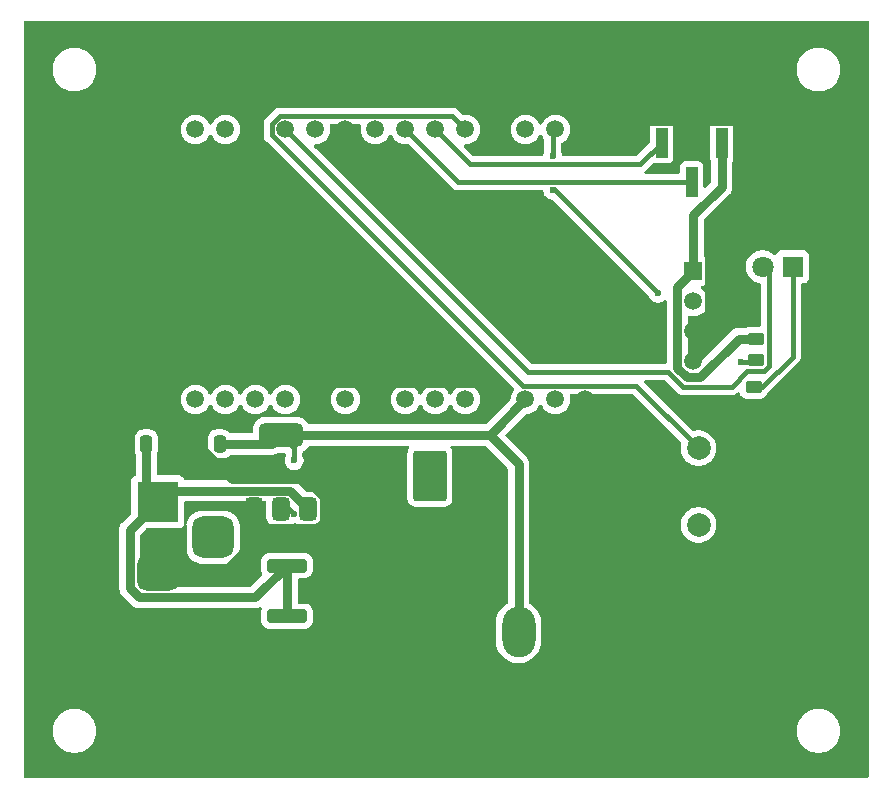
<source format=gbr>
%TF.GenerationSoftware,KiCad,Pcbnew,9.0.2*%
%TF.CreationDate,2025-08-02T19:20:04+02:00*%
%TF.ProjectId,Smart Exhaust Control,536d6172-7420-4457-9868-617573742043,rev?*%
%TF.SameCoordinates,Original*%
%TF.FileFunction,Copper,L1,Top*%
%TF.FilePolarity,Positive*%
%FSLAX46Y46*%
G04 Gerber Fmt 4.6, Leading zero omitted, Abs format (unit mm)*
G04 Created by KiCad (PCBNEW 9.0.2) date 2025-08-02 19:20:04*
%MOMM*%
%LPD*%
G01*
G04 APERTURE LIST*
G04 Aperture macros list*
%AMRoundRect*
0 Rectangle with rounded corners*
0 $1 Rounding radius*
0 $2 $3 $4 $5 $6 $7 $8 $9 X,Y pos of 4 corners*
0 Add a 4 corners polygon primitive as box body*
4,1,4,$2,$3,$4,$5,$6,$7,$8,$9,$2,$3,0*
0 Add four circle primitives for the rounded corners*
1,1,$1+$1,$2,$3*
1,1,$1+$1,$4,$5*
1,1,$1+$1,$6,$7*
1,1,$1+$1,$8,$9*
0 Add four rect primitives between the rounded corners*
20,1,$1+$1,$2,$3,$4,$5,0*
20,1,$1+$1,$4,$5,$6,$7,0*
20,1,$1+$1,$6,$7,$8,$9,0*
20,1,$1+$1,$8,$9,$2,$3,0*%
G04 Aperture macros list end*
%TA.AperFunction,ComponentPad*%
%ADD10R,3.500000X3.500000*%
%TD*%
%TA.AperFunction,ComponentPad*%
%ADD11RoundRect,0.750000X1.000000X-0.750000X1.000000X0.750000X-1.000000X0.750000X-1.000000X-0.750000X0*%
%TD*%
%TA.AperFunction,ComponentPad*%
%ADD12RoundRect,0.875000X0.875000X-0.875000X0.875000X0.875000X-0.875000X0.875000X-0.875000X-0.875000X0*%
%TD*%
%TA.AperFunction,SMDPad,CuDef*%
%ADD13RoundRect,0.250000X0.450000X-0.262500X0.450000X0.262500X-0.450000X0.262500X-0.450000X-0.262500X0*%
%TD*%
%TA.AperFunction,SMDPad,CuDef*%
%ADD14RoundRect,0.250000X0.250000X0.475000X-0.250000X0.475000X-0.250000X-0.475000X0.250000X-0.475000X0*%
%TD*%
%TA.AperFunction,SMDPad,CuDef*%
%ADD15RoundRect,0.375000X0.375000X-0.625000X0.375000X0.625000X-0.375000X0.625000X-0.375000X-0.625000X0*%
%TD*%
%TA.AperFunction,SMDPad,CuDef*%
%ADD16RoundRect,0.500000X1.400000X-0.500000X1.400000X0.500000X-1.400000X0.500000X-1.400000X-0.500000X0*%
%TD*%
%TA.AperFunction,ComponentPad*%
%ADD17C,2.000000*%
%TD*%
%TA.AperFunction,SMDPad,CuDef*%
%ADD18R,1.000000X2.510000*%
%TD*%
%TA.AperFunction,ComponentPad*%
%ADD19R,1.800000X1.800000*%
%TD*%
%TA.AperFunction,ComponentPad*%
%ADD20C,1.800000*%
%TD*%
%TA.AperFunction,ComponentPad*%
%ADD21R,1.500000X1.500000*%
%TD*%
%TA.AperFunction,ComponentPad*%
%ADD22C,1.500000*%
%TD*%
%TA.AperFunction,SMDPad,CuDef*%
%ADD23RoundRect,0.250000X1.450000X-0.312500X1.450000X0.312500X-1.450000X0.312500X-1.450000X-0.312500X0*%
%TD*%
%TA.AperFunction,ComponentPad*%
%ADD24RoundRect,0.250001X-1.149999X-1.899999X1.149999X-1.899999X1.149999X1.899999X-1.149999X1.899999X0*%
%TD*%
%TA.AperFunction,ComponentPad*%
%ADD25O,2.800000X4.300000*%
%TD*%
%TA.AperFunction,ViaPad*%
%ADD26C,0.600000*%
%TD*%
%TA.AperFunction,Conductor*%
%ADD27C,0.800000*%
%TD*%
%TA.AperFunction,Conductor*%
%ADD28C,0.400000*%
%TD*%
G04 APERTURE END LIST*
D10*
%TO.P,J1,1*%
%TO.N,+12V*%
X85042500Y-71600000D03*
D11*
%TO.P,J1,2*%
%TO.N,/GND*%
X85042500Y-77600000D03*
D12*
%TO.P,J1,3*%
%TO.N,N/C*%
X89742500Y-74600000D03*
%TD*%
D13*
%TO.P,R2,1*%
%TO.N,/DHT_DATA*%
X135700000Y-59600000D03*
%TO.P,R2,2*%
%TO.N,/vcc*%
X135700000Y-57775000D03*
%TD*%
D14*
%TO.P,C2,1*%
%TO.N,/5V*%
X90300000Y-66700000D03*
%TO.P,C2,2*%
%TO.N,/GND*%
X88400000Y-66700000D03*
%TD*%
D15*
%TO.P,U3,1,GND*%
%TO.N,/GND*%
X93200000Y-72250000D03*
%TO.P,U3,2,VO*%
%TO.N,/5V*%
X95500000Y-72250000D03*
D16*
X95500000Y-65950000D03*
D15*
%TO.P,U3,3,VI*%
%TO.N,+12V*%
X97800000Y-72250000D03*
%TD*%
D17*
%TO.P,SW1,1,1*%
%TO.N,/Button*%
X130850000Y-73550000D03*
X130850000Y-67050000D03*
%TO.P,SW1,2,2*%
%TO.N,/GND*%
X135350000Y-73550000D03*
X135350000Y-67050000D03*
%TD*%
D18*
%TO.P,J2,1,Pin_1*%
%TO.N,/GND*%
X135340000Y-44510000D03*
%TO.P,J2,2,Pin_2*%
%TO.N,/vcc*%
X132800000Y-41200000D03*
%TO.P,J2,3,Pin_3*%
%TO.N,/SCL*%
X130260000Y-44510000D03*
%TO.P,J2,4,Pin_4*%
%TO.N,/SDA*%
X127720000Y-41200000D03*
%TD*%
D14*
%TO.P,C1,1*%
%TO.N,/GND*%
X86000000Y-66700000D03*
%TO.P,C1,2*%
%TO.N,+12V*%
X84100000Y-66700000D03*
%TD*%
D19*
%TO.P,D1,1,K*%
%TO.N,Net-(D1-K)*%
X138800000Y-51700000D03*
D20*
%TO.P,D1,2,A*%
%TO.N,/LED*%
X136260000Y-51700000D03*
%TD*%
D21*
%TO.P,U1,1,GND*%
%TO.N,/GND*%
X85705000Y-62930000D03*
D22*
%TO.P,U1,2,3V3*%
%TO.N,/vcc*%
X88245000Y-62930000D03*
%TO.P,U1,3,3V3*%
X90785000Y-62930000D03*
%TO.P,U1,4,IO2*%
%TO.N,unconnected-(U1-IO2-Pad4)*%
X93325000Y-62930000D03*
%TO.P,U1,5,IO3*%
%TO.N,unconnected-(U1-IO3-Pad5)*%
X95865000Y-62930000D03*
%TO.P,U1,6,GND*%
%TO.N,/GND*%
X98405000Y-62930000D03*
%TO.P,U1,7,RST*%
%TO.N,unconnected-(U1-RST-Pad7)*%
X100945000Y-62930000D03*
%TO.P,U1,8,GND*%
%TO.N,/GND*%
X103485000Y-62930000D03*
%TO.P,U1,9,IO0*%
%TO.N,unconnected-(U1-IO0-Pad9)*%
X106025000Y-62930000D03*
%TO.P,U1,10,IO1*%
%TO.N,unconnected-(U1-IO1-Pad10)*%
X108565000Y-62930000D03*
%TO.P,U1,11,IO10*%
%TO.N,unconnected-(U1-IO10-Pad11)*%
X111105000Y-62930000D03*
%TO.P,U1,12,GND*%
%TO.N,/GND*%
X113645000Y-62930000D03*
%TO.P,U1,13,5V*%
%TO.N,/5V*%
X116185000Y-62930000D03*
%TO.P,U1,14,5V*%
X118725000Y-62930000D03*
%TO.P,U1,15,GND*%
%TO.N,/GND*%
X121265000Y-62930000D03*
%TO.P,U1,16,GND*%
X121265000Y-40070000D03*
%TO.P,U1,17,IO19*%
%TO.N,/DHT_DATA*%
X118725000Y-40070000D03*
%TO.P,U1,18,IO18*%
%TO.N,/Servo PWM*%
X116185000Y-40070000D03*
%TO.P,U1,19,GND*%
%TO.N,/GND*%
X113645000Y-40070000D03*
%TO.P,U1,20,IO4*%
%TO.N,/Button*%
X111105000Y-40070000D03*
%TO.P,U1,21,IO5*%
%TO.N,/SDA*%
X108565000Y-40070000D03*
%TO.P,U1,22,IO6*%
%TO.N,/SCL*%
X106025000Y-40070000D03*
%TO.P,U1,23,IO7*%
%TO.N,unconnected-(U1-IO7-Pad23)*%
X103485000Y-40070000D03*
%TO.P,U1,24,GND*%
%TO.N,/GND*%
X100945000Y-40070000D03*
%TO.P,U1,25,IO8*%
%TO.N,unconnected-(U1-IO8-Pad25)*%
X98405000Y-40070000D03*
%TO.P,U1,26,IO9*%
%TO.N,/LED*%
X95865000Y-40070000D03*
%TO.P,U1,27,GND*%
%TO.N,/GND*%
X93325000Y-40070000D03*
%TO.P,U1,28,RX*%
%TO.N,unconnected-(U1-RX-Pad28)*%
X90785000Y-40070000D03*
%TO.P,U1,29,TX*%
%TO.N,unconnected-(U1-TX-Pad29)*%
X88245000Y-40070000D03*
%TO.P,U1,30,GND*%
%TO.N,/GND*%
X85705000Y-40070000D03*
%TD*%
D21*
%TO.P,U2,1,VDD*%
%TO.N,/vcc*%
X130400000Y-52080000D03*
D22*
%TO.P,U2,2,SDA*%
%TO.N,/DHT_DATA*%
X130400000Y-54620000D03*
%TO.P,U2,3,GND*%
%TO.N,/GND*%
X130400000Y-57160000D03*
%TO.P,U2,4,GND*%
X130400000Y-59700000D03*
%TD*%
D13*
%TO.P,R1,1*%
%TO.N,/GND*%
X135500000Y-63725000D03*
%TO.P,R1,2*%
%TO.N,Net-(D1-K)*%
X135500000Y-61900000D03*
%TD*%
D23*
%TO.P,F1,1*%
%TO.N,+12V*%
X96000000Y-81275000D03*
%TO.P,F1,2*%
X96000000Y-77000000D03*
%TD*%
D24*
%TO.P,M1,1,PWM*%
%TO.N,/Servo PWM*%
X108100000Y-69400000D03*
D25*
%TO.P,M1,2,+*%
%TO.N,/5V*%
X115600000Y-82600000D03*
%TO.P,M1,3,-*%
%TO.N,/GND*%
X123100000Y-69400000D03*
%TD*%
D26*
%TO.N,/5V*%
X96600000Y-68100000D03*
X96550000Y-72600000D03*
%TO.N,/DHT_DATA*%
X118500000Y-45210000D03*
X127400000Y-53931000D03*
X118500000Y-42321000D03*
X134400000Y-59800000D03*
%TD*%
D27*
%TO.N,+12V*%
X83482896Y-79701000D02*
X82691500Y-78909604D01*
X97800000Y-72169726D02*
X97800000Y-72250000D01*
X82691500Y-78909604D02*
X82691500Y-73951000D01*
X85993500Y-70649000D02*
X96279274Y-70649000D01*
X85042500Y-71600000D02*
X85993500Y-70649000D01*
X85042500Y-71600000D02*
X84100000Y-70657500D01*
X96000000Y-81275000D02*
X96000000Y-77000000D01*
X84100000Y-70657500D02*
X84100000Y-66700000D01*
X96279274Y-70649000D02*
X97800000Y-72169726D01*
X93299000Y-79701000D02*
X83482896Y-79701000D01*
X82691500Y-73951000D02*
X85042500Y-71600000D01*
X96000000Y-77000000D02*
X93299000Y-79701000D01*
%TO.N,/GND*%
X121265000Y-62930000D02*
X123100000Y-64765000D01*
X93801000Y-73851000D02*
X93200000Y-73250000D01*
X135350000Y-67050000D02*
X135350000Y-63875000D01*
X97578274Y-69648000D02*
X99151000Y-71220726D01*
X99151000Y-73279274D02*
X98579274Y-73851000D01*
X131751000Y-48099000D02*
X135340000Y-44510000D01*
X88400000Y-66700000D02*
X88400000Y-66735424D01*
X135340000Y-40783000D02*
X135340000Y-44510000D01*
X130400000Y-57160000D02*
X131751000Y-55809000D01*
X88400000Y-66735424D02*
X91312576Y-69648000D01*
X90587176Y-77600000D02*
X93200000Y-74987176D01*
X112294000Y-61579000D02*
X113645000Y-62930000D01*
X104836000Y-61579000D02*
X112294000Y-61579000D01*
X88400000Y-66700000D02*
X86000000Y-66700000D01*
X102134000Y-61579000D02*
X103485000Y-62930000D01*
X98405000Y-62930000D02*
X99756000Y-61579000D01*
X123100000Y-64765000D02*
X123100000Y-69400000D01*
X131751000Y-55809000D02*
X131751000Y-48099000D01*
X86000000Y-66700000D02*
X86000000Y-63225000D01*
X93200000Y-74987176D02*
X93200000Y-72250000D01*
X133901000Y-39344000D02*
X135340000Y-40783000D01*
X99151000Y-71220726D02*
X99151000Y-73279274D01*
X121265000Y-40070000D02*
X121991000Y-39344000D01*
X98579274Y-73851000D02*
X93801000Y-73851000D01*
X99756000Y-61579000D02*
X102134000Y-61579000D01*
X103485000Y-62930000D02*
X104836000Y-61579000D01*
X85042500Y-77600000D02*
X90587176Y-77600000D01*
X91312576Y-69648000D02*
X97578274Y-69648000D01*
X121991000Y-39344000D02*
X133901000Y-39344000D01*
X86000000Y-63225000D02*
X85705000Y-62930000D01*
X93200000Y-73250000D02*
X93200000Y-72250000D01*
X135350000Y-63875000D02*
X135500000Y-63725000D01*
D28*
%TO.N,/5V*%
X96200000Y-72250000D02*
X96550000Y-72600000D01*
D27*
X94750000Y-66700000D02*
X95500000Y-65950000D01*
X116185000Y-62930000D02*
X113165000Y-65950000D01*
X115600000Y-68385000D02*
X115600000Y-81100000D01*
D28*
X96600000Y-67050000D02*
X95500000Y-65950000D01*
D27*
X113165000Y-65950000D02*
X95500000Y-65950000D01*
X113165000Y-65950000D02*
X115600000Y-68385000D01*
D28*
X95500000Y-72250000D02*
X96200000Y-72250000D01*
D27*
X90300000Y-66700000D02*
X94750000Y-66700000D01*
D28*
X96600000Y-68100000D02*
X96600000Y-67050000D01*
%TO.N,/LED*%
X128248000Y-60591389D02*
X129508611Y-61852000D01*
X136801000Y-52241000D02*
X136260000Y-51700000D01*
X95865000Y-40070000D02*
X116386389Y-60591389D01*
X133634920Y-61852000D02*
X134973420Y-60513500D01*
X134973420Y-60513500D02*
X136426580Y-60513500D01*
X136426580Y-60513500D02*
X136801000Y-60139080D01*
X116386389Y-60591389D02*
X128248000Y-60591389D01*
X136801000Y-60139080D02*
X136801000Y-52241000D01*
X129508611Y-61852000D02*
X133634920Y-61852000D01*
%TO.N,Net-(D1-K)*%
X135500000Y-61900000D02*
X136200000Y-61900000D01*
X138800000Y-59300000D02*
X138800000Y-51700000D01*
X136200000Y-61900000D02*
X138800000Y-59300000D01*
D27*
%TO.N,/vcc*%
X129049000Y-53431000D02*
X130400000Y-52080000D01*
X135700000Y-57775000D02*
X134235603Y-57775000D01*
X129049000Y-60259603D02*
X129049000Y-53431000D01*
X130959603Y-61051000D02*
X129840397Y-61051000D01*
X130400000Y-47327000D02*
X132800000Y-44927000D01*
X132800000Y-44927000D02*
X132800000Y-41200000D01*
X130400000Y-52080000D02*
X130400000Y-47327000D01*
X129840397Y-61051000D02*
X129049000Y-60259603D01*
X134235603Y-57775000D02*
X130959603Y-61051000D01*
D28*
%TO.N,/SCL*%
X106025000Y-40070000D02*
X110465000Y-44510000D01*
X110465000Y-44510000D02*
X130260000Y-44510000D01*
%TO.N,/SDA*%
X108565000Y-40070000D02*
X111517000Y-43022000D01*
X125898000Y-43022000D02*
X127720000Y-41200000D01*
X111517000Y-43022000D02*
X125898000Y-43022000D01*
%TO.N,/DHT_DATA*%
X118500000Y-40295000D02*
X118725000Y-40070000D01*
X118500000Y-42321000D02*
X118500000Y-40295000D01*
X134400000Y-59800000D02*
X135500000Y-59800000D01*
X118500000Y-45111000D02*
X118500000Y-45210000D01*
X135500000Y-59800000D02*
X135700000Y-59600000D01*
X118580000Y-45111000D02*
X118500000Y-45111000D01*
X127400000Y-53931000D02*
X118580000Y-45111000D01*
%TO.N,/Button*%
X95388240Y-38919000D02*
X94714000Y-39593240D01*
X94714000Y-40546760D02*
X115946240Y-61779000D01*
X111105000Y-40070000D02*
X109954000Y-38919000D01*
X94714000Y-39593240D02*
X94714000Y-40546760D01*
X125579000Y-61779000D02*
X130850000Y-67050000D01*
X109954000Y-38919000D02*
X95388240Y-38919000D01*
X115946240Y-61779000D02*
X125579000Y-61779000D01*
%TD*%
%TA.AperFunction,Conductor*%
%TO.N,/GND*%
G36*
X102212891Y-39639185D02*
G01*
X102258646Y-39691989D01*
X102268590Y-39761147D01*
X102266426Y-39772446D01*
X102265290Y-39777175D01*
X102234500Y-39971577D01*
X102234500Y-40168422D01*
X102265290Y-40362826D01*
X102326117Y-40550029D01*
X102359606Y-40615754D01*
X102415476Y-40725405D01*
X102531172Y-40884646D01*
X102670354Y-41023828D01*
X102829595Y-41139524D01*
X102912455Y-41181743D01*
X103004970Y-41228882D01*
X103004972Y-41228882D01*
X103004975Y-41228884D01*
X103058148Y-41246161D01*
X103192173Y-41289709D01*
X103386578Y-41320500D01*
X103386583Y-41320500D01*
X103583422Y-41320500D01*
X103777826Y-41289709D01*
X103965025Y-41228884D01*
X104140405Y-41139524D01*
X104299646Y-41023828D01*
X104438828Y-40884646D01*
X104554524Y-40725405D01*
X104643884Y-40550025D01*
X104644515Y-40548787D01*
X104692489Y-40497990D01*
X104760310Y-40481195D01*
X104826445Y-40503732D01*
X104865485Y-40548787D01*
X104955474Y-40725403D01*
X104974136Y-40751088D01*
X105071172Y-40884646D01*
X105210354Y-41023828D01*
X105369595Y-41139524D01*
X105452455Y-41181743D01*
X105544970Y-41228882D01*
X105544972Y-41228882D01*
X105544975Y-41228884D01*
X105598148Y-41246161D01*
X105732173Y-41289709D01*
X105926578Y-41320500D01*
X105926583Y-41320500D01*
X106123414Y-41320500D01*
X106123417Y-41320500D01*
X106200369Y-41308311D01*
X106269659Y-41317265D01*
X106307446Y-41343103D01*
X110018453Y-45054111D01*
X110018454Y-45054112D01*
X110133190Y-45130776D01*
X110231790Y-45171617D01*
X110260671Y-45183580D01*
X110260672Y-45183580D01*
X110260677Y-45183582D01*
X110287545Y-45188925D01*
X110287551Y-45188926D01*
X110287591Y-45188934D01*
X110377937Y-45206905D01*
X110396006Y-45210500D01*
X110396007Y-45210500D01*
X117582152Y-45210500D01*
X117649191Y-45230185D01*
X117694946Y-45282989D01*
X117703769Y-45310308D01*
X117730261Y-45443491D01*
X117730264Y-45443501D01*
X117790602Y-45589172D01*
X117790609Y-45589185D01*
X117878210Y-45720288D01*
X117878213Y-45720292D01*
X117989707Y-45831786D01*
X117989711Y-45831789D01*
X118120814Y-45919390D01*
X118120827Y-45919397D01*
X118266498Y-45979735D01*
X118266503Y-45979737D01*
X118405247Y-46007335D01*
X118421153Y-46010499D01*
X118421156Y-46010500D01*
X118421158Y-46010500D01*
X118437481Y-46010500D01*
X118504520Y-46030185D01*
X118525162Y-46046819D01*
X126603928Y-54125585D01*
X126630808Y-54165814D01*
X126690602Y-54310172D01*
X126690609Y-54310185D01*
X126778210Y-54441288D01*
X126778213Y-54441292D01*
X126889707Y-54552786D01*
X126889711Y-54552789D01*
X127020814Y-54640390D01*
X127020827Y-54640397D01*
X127166498Y-54700735D01*
X127166503Y-54700737D01*
X127321153Y-54731499D01*
X127321156Y-54731500D01*
X127321158Y-54731500D01*
X127478844Y-54731500D01*
X127478845Y-54731499D01*
X127633497Y-54700737D01*
X127779179Y-54640394D01*
X127910289Y-54552789D01*
X127923447Y-54539631D01*
X127936819Y-54526260D01*
X127998142Y-54492775D01*
X128067834Y-54497759D01*
X128123767Y-54539631D01*
X128148184Y-54605095D01*
X128148500Y-54613941D01*
X128148500Y-59766889D01*
X128128815Y-59833928D01*
X128076011Y-59879683D01*
X128024500Y-59890889D01*
X116727908Y-59890889D01*
X116660869Y-59871204D01*
X116640227Y-59854570D01*
X98317838Y-41532181D01*
X98284353Y-41470858D01*
X98289337Y-41401166D01*
X98331209Y-41345233D01*
X98396673Y-41320816D01*
X98405519Y-41320500D01*
X98503422Y-41320500D01*
X98697826Y-41289709D01*
X98885025Y-41228884D01*
X99060405Y-41139524D01*
X99219646Y-41023828D01*
X99358828Y-40884646D01*
X99474524Y-40725405D01*
X99563884Y-40550025D01*
X99624709Y-40362826D01*
X99633429Y-40307771D01*
X99655500Y-40168422D01*
X99655500Y-39971577D01*
X99624709Y-39777175D01*
X99623574Y-39772446D01*
X99627065Y-39702664D01*
X99667730Y-39645846D01*
X99732656Y-39620034D01*
X99744148Y-39619500D01*
X102145852Y-39619500D01*
X102212891Y-39639185D01*
G37*
%TD.AperFunction*%
%TA.AperFunction,Conductor*%
G36*
X145242539Y-30920185D02*
G01*
X145288294Y-30972989D01*
X145299500Y-31024500D01*
X145299500Y-94825500D01*
X145279815Y-94892539D01*
X145227011Y-94938294D01*
X145175500Y-94949500D01*
X73824500Y-94949500D01*
X73757461Y-94929815D01*
X73711706Y-94877011D01*
X73700500Y-94825500D01*
X73700500Y-90878711D01*
X76149500Y-90878711D01*
X76149500Y-91121288D01*
X76181161Y-91361785D01*
X76243947Y-91596104D01*
X76336773Y-91820205D01*
X76336776Y-91820212D01*
X76458064Y-92030289D01*
X76458066Y-92030292D01*
X76458067Y-92030293D01*
X76605733Y-92222736D01*
X76605739Y-92222743D01*
X76777256Y-92394260D01*
X76777262Y-92394265D01*
X76969711Y-92541936D01*
X77179788Y-92663224D01*
X77403900Y-92756054D01*
X77638211Y-92818838D01*
X77818586Y-92842584D01*
X77878711Y-92850500D01*
X77878712Y-92850500D01*
X78121289Y-92850500D01*
X78169388Y-92844167D01*
X78361789Y-92818838D01*
X78596100Y-92756054D01*
X78820212Y-92663224D01*
X79030289Y-92541936D01*
X79222738Y-92394265D01*
X79394265Y-92222738D01*
X79541936Y-92030289D01*
X79663224Y-91820212D01*
X79756054Y-91596100D01*
X79818838Y-91361789D01*
X79850500Y-91121288D01*
X79850500Y-90878712D01*
X79850500Y-90878711D01*
X139149500Y-90878711D01*
X139149500Y-91121288D01*
X139181161Y-91361785D01*
X139243947Y-91596104D01*
X139336773Y-91820205D01*
X139336776Y-91820212D01*
X139458064Y-92030289D01*
X139458066Y-92030292D01*
X139458067Y-92030293D01*
X139605733Y-92222736D01*
X139605739Y-92222743D01*
X139777256Y-92394260D01*
X139777262Y-92394265D01*
X139969711Y-92541936D01*
X140179788Y-92663224D01*
X140403900Y-92756054D01*
X140638211Y-92818838D01*
X140818586Y-92842584D01*
X140878711Y-92850500D01*
X140878712Y-92850500D01*
X141121289Y-92850500D01*
X141169388Y-92844167D01*
X141361789Y-92818838D01*
X141596100Y-92756054D01*
X141820212Y-92663224D01*
X142030289Y-92541936D01*
X142222738Y-92394265D01*
X142394265Y-92222738D01*
X142541936Y-92030289D01*
X142663224Y-91820212D01*
X142756054Y-91596100D01*
X142818838Y-91361789D01*
X142850500Y-91121288D01*
X142850500Y-90878712D01*
X142818838Y-90638211D01*
X142756054Y-90403900D01*
X142663224Y-90179788D01*
X142541936Y-89969711D01*
X142394265Y-89777262D01*
X142394260Y-89777256D01*
X142222743Y-89605739D01*
X142222736Y-89605733D01*
X142030293Y-89458067D01*
X142030292Y-89458066D01*
X142030289Y-89458064D01*
X141820212Y-89336776D01*
X141820205Y-89336773D01*
X141596104Y-89243947D01*
X141361785Y-89181161D01*
X141121289Y-89149500D01*
X141121288Y-89149500D01*
X140878712Y-89149500D01*
X140878711Y-89149500D01*
X140638214Y-89181161D01*
X140403895Y-89243947D01*
X140179794Y-89336773D01*
X140179785Y-89336777D01*
X139969706Y-89458067D01*
X139777263Y-89605733D01*
X139777256Y-89605739D01*
X139605739Y-89777256D01*
X139605733Y-89777263D01*
X139458067Y-89969706D01*
X139336777Y-90179785D01*
X139336773Y-90179794D01*
X139243947Y-90403895D01*
X139181161Y-90638214D01*
X139149500Y-90878711D01*
X79850500Y-90878711D01*
X79818838Y-90638211D01*
X79756054Y-90403900D01*
X79663224Y-90179788D01*
X79541936Y-89969711D01*
X79394265Y-89777262D01*
X79394260Y-89777256D01*
X79222743Y-89605739D01*
X79222736Y-89605733D01*
X79030293Y-89458067D01*
X79030292Y-89458066D01*
X79030289Y-89458064D01*
X78820212Y-89336776D01*
X78820205Y-89336773D01*
X78596104Y-89243947D01*
X78361785Y-89181161D01*
X78121289Y-89149500D01*
X78121288Y-89149500D01*
X77878712Y-89149500D01*
X77878711Y-89149500D01*
X77638214Y-89181161D01*
X77403895Y-89243947D01*
X77179794Y-89336773D01*
X77179785Y-89336777D01*
X76969706Y-89458067D01*
X76777263Y-89605733D01*
X76777256Y-89605739D01*
X76605739Y-89777256D01*
X76605733Y-89777263D01*
X76458067Y-89969706D01*
X76336777Y-90179785D01*
X76336773Y-90179794D01*
X76243947Y-90403895D01*
X76181161Y-90638214D01*
X76149500Y-90878711D01*
X73700500Y-90878711D01*
X73700500Y-73862304D01*
X81791000Y-73862304D01*
X81791000Y-78998300D01*
X81825603Y-79172262D01*
X81825605Y-79172270D01*
X81857026Y-79248128D01*
X81857029Y-79248133D01*
X81859546Y-79254210D01*
X81893487Y-79336151D01*
X81952563Y-79424563D01*
X81955669Y-79429211D01*
X81955672Y-79429217D01*
X81992034Y-79483638D01*
X82908863Y-80400467D01*
X82924703Y-80411050D01*
X82935194Y-80418059D01*
X82935197Y-80418063D01*
X82935198Y-80418062D01*
X83056349Y-80499013D01*
X83138289Y-80532953D01*
X83138290Y-80532953D01*
X83138291Y-80532954D01*
X83147021Y-80536570D01*
X83220230Y-80566895D01*
X83377855Y-80598248D01*
X83394199Y-80601499D01*
X83394203Y-80601500D01*
X83394204Y-80601500D01*
X93387693Y-80601500D01*
X93387694Y-80601499D01*
X93561666Y-80566895D01*
X93643606Y-80532953D01*
X93692355Y-80512761D01*
X93715886Y-80510231D01*
X93761822Y-80505293D01*
X93761824Y-80505294D01*
X93761825Y-80505294D01*
X93770053Y-80509413D01*
X93824301Y-80536568D01*
X93824301Y-80536569D01*
X93824303Y-80536570D01*
X93838105Y-80559833D01*
X93859953Y-80596657D01*
X93859952Y-80596658D01*
X93859954Y-80596660D01*
X93859897Y-80598248D01*
X93857511Y-80666327D01*
X93810001Y-80809703D01*
X93810000Y-80809704D01*
X93799500Y-80912483D01*
X93799500Y-81637501D01*
X93799501Y-81637519D01*
X93810000Y-81740296D01*
X93810001Y-81740299D01*
X93865185Y-81906831D01*
X93865186Y-81906834D01*
X93957288Y-82056156D01*
X94081344Y-82180212D01*
X94230666Y-82272314D01*
X94397203Y-82327499D01*
X94499991Y-82338000D01*
X97500008Y-82337999D01*
X97602797Y-82327499D01*
X97769334Y-82272314D01*
X97918656Y-82180212D01*
X98042712Y-82056156D01*
X98134814Y-81906834D01*
X98189999Y-81740297D01*
X98200500Y-81637509D01*
X98200499Y-80912492D01*
X98189999Y-80809703D01*
X98134814Y-80643166D01*
X98042712Y-80493844D01*
X97918656Y-80369788D01*
X97769334Y-80277686D01*
X97602797Y-80222501D01*
X97602795Y-80222500D01*
X97500016Y-80212000D01*
X97500009Y-80212000D01*
X97024500Y-80212000D01*
X96957461Y-80192315D01*
X96911706Y-80139511D01*
X96900500Y-80088000D01*
X96900500Y-78186999D01*
X96920185Y-78119960D01*
X96972989Y-78074205D01*
X97024500Y-78062999D01*
X97500002Y-78062999D01*
X97500008Y-78062999D01*
X97602797Y-78052499D01*
X97769334Y-77997314D01*
X97918656Y-77905212D01*
X98042712Y-77781156D01*
X98134814Y-77631834D01*
X98189999Y-77465297D01*
X98200500Y-77362509D01*
X98200499Y-76637492D01*
X98189999Y-76534703D01*
X98134814Y-76368166D01*
X98042712Y-76218844D01*
X97918656Y-76094788D01*
X97769334Y-76002686D01*
X97602797Y-75947501D01*
X97602795Y-75947500D01*
X97500010Y-75937000D01*
X94499998Y-75937000D01*
X94499981Y-75937001D01*
X94397203Y-75947500D01*
X94397200Y-75947501D01*
X94230668Y-76002685D01*
X94230663Y-76002687D01*
X94081342Y-76094789D01*
X93957289Y-76218842D01*
X93865187Y-76368163D01*
X93865186Y-76368166D01*
X93810001Y-76534703D01*
X93810001Y-76534704D01*
X93810000Y-76534704D01*
X93799500Y-76637483D01*
X93799500Y-77362501D01*
X93799501Y-77362519D01*
X93810000Y-77465296D01*
X93810001Y-77465299D01*
X93865185Y-77631831D01*
X93865190Y-77631842D01*
X93901259Y-77690318D01*
X93919700Y-77757710D01*
X93898778Y-77824374D01*
X93883402Y-77843096D01*
X92962319Y-78764181D01*
X92900996Y-78797666D01*
X92874638Y-78800500D01*
X83907258Y-78800500D01*
X83840219Y-78780815D01*
X83819577Y-78764181D01*
X83628319Y-78572923D01*
X83594834Y-78511600D01*
X83592000Y-78485242D01*
X83592000Y-74375361D01*
X83611685Y-74308322D01*
X83628315Y-74287684D01*
X84029181Y-73886817D01*
X84090504Y-73853333D01*
X84116862Y-73850499D01*
X86840371Y-73850499D01*
X86840372Y-73850499D01*
X86899983Y-73844091D01*
X87034831Y-73793796D01*
X87150046Y-73707546D01*
X87236296Y-73592331D01*
X87253926Y-73545060D01*
X87295796Y-73489128D01*
X87361259Y-73464710D01*
X87429533Y-73479561D01*
X87478939Y-73528965D01*
X87493933Y-73594971D01*
X87492001Y-73631342D01*
X87492000Y-73631386D01*
X87492000Y-75568613D01*
X87492001Y-75568652D01*
X87494795Y-75621243D01*
X87494795Y-75621244D01*
X87539254Y-75851121D01*
X87539255Y-75851126D01*
X87571663Y-75937001D01*
X87621925Y-76070189D01*
X87740429Y-76272131D01*
X87740434Y-76272138D01*
X87891356Y-76451141D01*
X87891358Y-76451143D01*
X88070361Y-76602065D01*
X88070368Y-76602070D01*
X88272310Y-76720574D01*
X88491374Y-76803245D01*
X88721259Y-76847705D01*
X88773878Y-76850500D01*
X88773886Y-76850500D01*
X90711114Y-76850500D01*
X90711122Y-76850500D01*
X90763741Y-76847705D01*
X90993626Y-76803245D01*
X91212690Y-76720574D01*
X91414632Y-76602070D01*
X91494532Y-76534704D01*
X91593641Y-76451143D01*
X91593643Y-76451141D01*
X91744565Y-76272138D01*
X91744565Y-76272137D01*
X91744570Y-76272132D01*
X91863074Y-76070190D01*
X91945745Y-75851126D01*
X91990205Y-75621241D01*
X91993000Y-75568622D01*
X91993000Y-73631378D01*
X91990205Y-73578759D01*
X91945745Y-73348874D01*
X91863074Y-73129810D01*
X91744570Y-72927868D01*
X91744565Y-72927861D01*
X91593643Y-72748858D01*
X91593641Y-72748856D01*
X91414638Y-72597934D01*
X91414631Y-72597929D01*
X91212689Y-72479425D01*
X91122332Y-72445326D01*
X90993626Y-72396755D01*
X90993621Y-72396754D01*
X90763743Y-72352295D01*
X90711152Y-72349501D01*
X90711129Y-72349500D01*
X90711122Y-72349500D01*
X88773878Y-72349500D01*
X88773870Y-72349500D01*
X88773847Y-72349501D01*
X88721256Y-72352295D01*
X88721255Y-72352295D01*
X88491378Y-72396754D01*
X88491376Y-72396754D01*
X88491374Y-72396755D01*
X88417433Y-72424659D01*
X88272310Y-72479425D01*
X88070368Y-72597929D01*
X88070361Y-72597934D01*
X87891358Y-72748856D01*
X87891356Y-72748858D01*
X87740434Y-72927861D01*
X87740429Y-72927868D01*
X87621925Y-73129810D01*
X87539253Y-73348880D01*
X87538740Y-73351532D01*
X87538212Y-73352552D01*
X87537817Y-73353950D01*
X87537532Y-73353869D01*
X87506675Y-73413609D01*
X87446139Y-73448497D01*
X87376351Y-73445117D01*
X87319468Y-73404544D01*
X87293551Y-73339659D01*
X87292999Y-73327989D01*
X87292999Y-71673499D01*
X87312684Y-71606461D01*
X87365488Y-71560706D01*
X87416999Y-71549500D01*
X94125500Y-71549500D01*
X94192539Y-71569185D01*
X94238294Y-71621989D01*
X94249500Y-71673500D01*
X94249500Y-72951122D01*
X94249501Y-72951125D01*
X94252399Y-72993886D01*
X94252399Y-72993887D01*
X94298360Y-73178696D01*
X94382967Y-73349292D01*
X94382969Y-73349295D01*
X94502277Y-73497721D01*
X94502278Y-73497722D01*
X94650704Y-73617030D01*
X94650707Y-73617032D01*
X94821302Y-73701639D01*
X94821303Y-73701639D01*
X94821307Y-73701641D01*
X95006111Y-73747600D01*
X95048877Y-73750500D01*
X95951122Y-73750499D01*
X95993889Y-73747600D01*
X96178693Y-73701641D01*
X96349296Y-73617030D01*
X96497722Y-73497722D01*
X96538675Y-73446773D01*
X96561690Y-73430751D01*
X96582708Y-73412176D01*
X96592065Y-73409605D01*
X96596016Y-73406855D01*
X96616473Y-73401902D01*
X96625589Y-73400500D01*
X96628842Y-73400500D01*
X96639923Y-73398295D01*
X96642600Y-73397884D01*
X96674633Y-73402170D01*
X96706840Y-73405050D01*
X96709214Y-73406797D01*
X96711853Y-73407150D01*
X96725800Y-73418998D01*
X96758095Y-73442756D01*
X96802277Y-73497721D01*
X96802278Y-73497722D01*
X96950704Y-73617030D01*
X96950707Y-73617032D01*
X97121302Y-73701639D01*
X97121303Y-73701639D01*
X97121307Y-73701641D01*
X97306111Y-73747600D01*
X97348877Y-73750500D01*
X98251122Y-73750499D01*
X98293889Y-73747600D01*
X98478693Y-73701641D01*
X98649296Y-73617030D01*
X98797722Y-73497722D01*
X98917030Y-73349296D01*
X98921810Y-73339659D01*
X99001639Y-73178697D01*
X99001638Y-73178697D01*
X99001641Y-73178693D01*
X99047600Y-72993889D01*
X99050500Y-72951123D01*
X99050499Y-71548878D01*
X99047600Y-71506111D01*
X99001641Y-71321307D01*
X98999046Y-71316075D01*
X98917032Y-71150707D01*
X98917030Y-71150704D01*
X98797722Y-71002278D01*
X98797721Y-71002277D01*
X98649295Y-70882969D01*
X98649292Y-70882967D01*
X98478697Y-70798360D01*
X98293892Y-70752400D01*
X98268229Y-70750660D01*
X98251123Y-70749500D01*
X98251121Y-70749500D01*
X97704636Y-70749500D01*
X97637597Y-70729815D01*
X97616955Y-70713181D01*
X96853309Y-69949535D01*
X96853304Y-69949531D01*
X96798896Y-69913178D01*
X96798890Y-69913175D01*
X96794233Y-69910063D01*
X96705821Y-69850987D01*
X96623880Y-69817046D01*
X96541940Y-69783105D01*
X96541932Y-69783103D01*
X96367970Y-69748500D01*
X96367966Y-69748500D01*
X96367965Y-69748500D01*
X87374918Y-69748500D01*
X87307879Y-69728815D01*
X87262124Y-69676011D01*
X87258736Y-69667833D01*
X87236297Y-69607671D01*
X87236293Y-69607664D01*
X87150047Y-69492455D01*
X87150044Y-69492452D01*
X87034835Y-69406206D01*
X87034828Y-69406202D01*
X86899982Y-69355908D01*
X86899983Y-69355908D01*
X86840383Y-69349501D01*
X86840381Y-69349500D01*
X86840373Y-69349500D01*
X86840365Y-69349500D01*
X85124500Y-69349500D01*
X85057461Y-69329815D01*
X85011706Y-69277011D01*
X85000500Y-69225500D01*
X85000500Y-67585132D01*
X85018960Y-67520036D01*
X85034814Y-67494334D01*
X85089999Y-67327797D01*
X85100500Y-67225009D01*
X85100499Y-66174992D01*
X85100498Y-66174983D01*
X89299500Y-66174983D01*
X89299500Y-67225001D01*
X89299501Y-67225019D01*
X89310000Y-67327796D01*
X89310001Y-67327799D01*
X89357183Y-67470184D01*
X89365186Y-67494334D01*
X89457288Y-67643656D01*
X89581344Y-67767712D01*
X89730666Y-67859814D01*
X89897203Y-67914999D01*
X89999991Y-67925500D01*
X90600008Y-67925499D01*
X90600016Y-67925498D01*
X90600019Y-67925498D01*
X90656302Y-67919748D01*
X90702797Y-67914999D01*
X90869334Y-67859814D01*
X91018656Y-67767712D01*
X91142712Y-67643656D01*
X91142712Y-67643655D01*
X91147819Y-67638549D01*
X91149705Y-67640435D01*
X91196625Y-67607212D01*
X91236868Y-67600500D01*
X94838693Y-67600500D01*
X94838694Y-67600499D01*
X95012666Y-67565895D01*
X95094606Y-67531953D01*
X95176547Y-67498013D01*
X95222735Y-67467150D01*
X95229563Y-67463717D01*
X95256717Y-67458766D01*
X95283055Y-67450519D01*
X95285270Y-67450499D01*
X95775500Y-67450499D01*
X95842539Y-67470184D01*
X95888294Y-67522988D01*
X95899500Y-67574499D01*
X95899500Y-67674684D01*
X95890061Y-67722136D01*
X95830264Y-67866498D01*
X95830261Y-67866510D01*
X95799500Y-68021153D01*
X95799500Y-68178846D01*
X95830261Y-68333489D01*
X95830264Y-68333501D01*
X95890602Y-68479172D01*
X95890609Y-68479185D01*
X95978210Y-68610288D01*
X95978213Y-68610292D01*
X96089707Y-68721786D01*
X96089711Y-68721789D01*
X96220814Y-68809390D01*
X96220827Y-68809397D01*
X96366498Y-68869735D01*
X96366503Y-68869737D01*
X96521153Y-68900499D01*
X96521156Y-68900500D01*
X96521158Y-68900500D01*
X96678844Y-68900500D01*
X96678845Y-68900499D01*
X96833497Y-68869737D01*
X96979179Y-68809394D01*
X97110289Y-68721789D01*
X97221789Y-68610289D01*
X97309394Y-68479179D01*
X97369737Y-68333497D01*
X97400500Y-68178842D01*
X97400500Y-68021158D01*
X97400500Y-68021155D01*
X97400499Y-68021153D01*
X97381472Y-67925498D01*
X97369737Y-67866503D01*
X97309939Y-67722136D01*
X97308312Y-67713959D01*
X97305523Y-67709619D01*
X97300500Y-67674684D01*
X97300500Y-67444695D01*
X97320185Y-67377656D01*
X97367089Y-67334786D01*
X97453407Y-67289698D01*
X97611109Y-67161109D01*
X97739698Y-67003407D01*
X97777046Y-66931908D01*
X97784788Y-66917088D01*
X97833275Y-66866781D01*
X97894696Y-66850500D01*
X106246661Y-66850500D01*
X106313700Y-66870185D01*
X106359455Y-66922989D01*
X106369399Y-66992147D01*
X106352199Y-67039595D01*
X106277249Y-67161109D01*
X106265186Y-67180666D01*
X106210001Y-67347203D01*
X106210000Y-67347204D01*
X106199500Y-67449984D01*
X106199500Y-71350015D01*
X106210000Y-71452795D01*
X106210001Y-71452796D01*
X106265186Y-71619335D01*
X106265187Y-71619337D01*
X106357286Y-71768651D01*
X106357289Y-71768655D01*
X106481344Y-71892710D01*
X106481348Y-71892713D01*
X106630662Y-71984812D01*
X106630664Y-71984813D01*
X106630666Y-71984814D01*
X106797203Y-72039999D01*
X106899992Y-72050500D01*
X106899997Y-72050500D01*
X109300003Y-72050500D01*
X109300008Y-72050500D01*
X109402797Y-72039999D01*
X109569334Y-71984814D01*
X109718655Y-71892711D01*
X109842711Y-71768655D01*
X109934814Y-71619334D01*
X109989999Y-71452797D01*
X110000500Y-71350008D01*
X110000500Y-67449992D01*
X109989999Y-67347203D01*
X109934814Y-67180666D01*
X109847800Y-67039596D01*
X109829360Y-66972205D01*
X109850282Y-66905542D01*
X109903924Y-66860772D01*
X109953339Y-66850500D01*
X112740638Y-66850500D01*
X112807677Y-66870185D01*
X112828319Y-66886819D01*
X114663181Y-68721681D01*
X114696666Y-68783004D01*
X114699500Y-68809362D01*
X114699500Y-80103803D01*
X114679815Y-80170842D01*
X114637501Y-80211190D01*
X114617912Y-80222500D01*
X114541873Y-80266401D01*
X114541870Y-80266402D01*
X114541865Y-80266406D01*
X114344228Y-80418058D01*
X114344218Y-80418066D01*
X114168066Y-80594218D01*
X114168060Y-80594225D01*
X114016400Y-80791873D01*
X113891837Y-81007623D01*
X113891830Y-81007638D01*
X113796498Y-81237792D01*
X113732017Y-81478438D01*
X113699501Y-81725424D01*
X113699500Y-81725441D01*
X113699500Y-83474558D01*
X113699501Y-83474575D01*
X113732017Y-83721561D01*
X113796498Y-83962207D01*
X113891830Y-84192361D01*
X113891837Y-84192376D01*
X114016400Y-84408126D01*
X114168060Y-84605774D01*
X114168066Y-84605781D01*
X114344218Y-84781933D01*
X114344225Y-84781939D01*
X114541873Y-84933599D01*
X114757623Y-85058162D01*
X114757638Y-85058169D01*
X114856825Y-85099253D01*
X114987793Y-85153502D01*
X115228435Y-85217982D01*
X115475435Y-85250500D01*
X115475442Y-85250500D01*
X115724558Y-85250500D01*
X115724565Y-85250500D01*
X115971565Y-85217982D01*
X116212207Y-85153502D01*
X116442373Y-85058164D01*
X116658127Y-84933599D01*
X116855776Y-84781938D01*
X117031938Y-84605776D01*
X117183599Y-84408127D01*
X117308164Y-84192373D01*
X117403502Y-83962207D01*
X117467982Y-83721565D01*
X117500500Y-83474565D01*
X117500500Y-81725435D01*
X117467982Y-81478435D01*
X117403502Y-81237793D01*
X117308164Y-81007627D01*
X117253237Y-80912491D01*
X117183599Y-80791873D01*
X117031939Y-80594225D01*
X117031933Y-80594218D01*
X116855781Y-80418066D01*
X116855772Y-80418058D01*
X116658134Y-80266406D01*
X116658132Y-80266404D01*
X116658127Y-80266401D01*
X116574908Y-80218354D01*
X116562499Y-80211190D01*
X116514284Y-80160622D01*
X116500500Y-80103803D01*
X116500500Y-73431902D01*
X129349500Y-73431902D01*
X129349500Y-73668097D01*
X129386446Y-73901368D01*
X129459433Y-74125996D01*
X129541816Y-74287680D01*
X129566657Y-74336433D01*
X129705483Y-74527510D01*
X129872490Y-74694517D01*
X130063567Y-74833343D01*
X130162991Y-74884002D01*
X130274003Y-74940566D01*
X130274005Y-74940566D01*
X130274008Y-74940568D01*
X130394412Y-74979689D01*
X130498631Y-75013553D01*
X130731903Y-75050500D01*
X130731908Y-75050500D01*
X130968097Y-75050500D01*
X131201368Y-75013553D01*
X131425992Y-74940568D01*
X131636433Y-74833343D01*
X131827510Y-74694517D01*
X131994517Y-74527510D01*
X132133343Y-74336433D01*
X132240568Y-74125992D01*
X132313553Y-73901368D01*
X132350500Y-73668097D01*
X132350500Y-73431902D01*
X132313553Y-73198631D01*
X132279689Y-73094412D01*
X132240568Y-72974008D01*
X132240566Y-72974005D01*
X132240566Y-72974003D01*
X132133342Y-72763566D01*
X132122656Y-72748858D01*
X131994517Y-72572490D01*
X131827510Y-72405483D01*
X131636433Y-72266657D01*
X131425996Y-72159433D01*
X131201368Y-72086446D01*
X130968097Y-72049500D01*
X130968092Y-72049500D01*
X130731908Y-72049500D01*
X130731903Y-72049500D01*
X130498631Y-72086446D01*
X130274003Y-72159433D01*
X130063566Y-72266657D01*
X129954550Y-72345862D01*
X129872490Y-72405483D01*
X129872488Y-72405485D01*
X129872487Y-72405485D01*
X129705485Y-72572487D01*
X129705485Y-72572488D01*
X129705483Y-72572490D01*
X129687000Y-72597930D01*
X129566657Y-72763566D01*
X129459433Y-72974003D01*
X129386446Y-73198631D01*
X129349500Y-73431902D01*
X116500500Y-73431902D01*
X116500500Y-68296309D01*
X116499194Y-68289745D01*
X116499194Y-68289741D01*
X116465896Y-68122341D01*
X116465895Y-68122334D01*
X116423986Y-68021158D01*
X116398013Y-67958453D01*
X116332104Y-67859814D01*
X116299464Y-67810964D01*
X116299459Y-67810958D01*
X114526181Y-66037680D01*
X114492696Y-65976357D01*
X114497680Y-65906665D01*
X114526179Y-65862320D01*
X116171681Y-64216819D01*
X116233004Y-64183334D01*
X116259362Y-64180500D01*
X116283422Y-64180500D01*
X116477826Y-64149709D01*
X116665025Y-64088884D01*
X116840405Y-63999524D01*
X116999646Y-63883828D01*
X117138828Y-63744646D01*
X117254524Y-63585405D01*
X117343884Y-63410025D01*
X117344515Y-63408787D01*
X117392489Y-63357990D01*
X117460310Y-63341195D01*
X117526445Y-63363732D01*
X117565485Y-63408787D01*
X117655474Y-63585403D01*
X117690234Y-63633246D01*
X117771172Y-63744646D01*
X117910354Y-63883828D01*
X118069595Y-63999524D01*
X118152455Y-64041743D01*
X118244970Y-64088882D01*
X118244972Y-64088882D01*
X118244975Y-64088884D01*
X118345317Y-64121487D01*
X118432173Y-64149709D01*
X118626578Y-64180500D01*
X118626583Y-64180500D01*
X118823422Y-64180500D01*
X119017826Y-64149709D01*
X119205025Y-64088884D01*
X119380405Y-63999524D01*
X119539646Y-63883828D01*
X119678828Y-63744646D01*
X119794524Y-63585405D01*
X119883884Y-63410025D01*
X119944709Y-63222826D01*
X119975500Y-63028422D01*
X119975500Y-62831577D01*
X119944709Y-62637175D01*
X119943574Y-62632446D01*
X119947065Y-62562664D01*
X119987730Y-62505846D01*
X120052656Y-62480034D01*
X120064148Y-62479500D01*
X125237481Y-62479500D01*
X125304520Y-62499185D01*
X125325162Y-62515819D01*
X129362518Y-66553175D01*
X129396003Y-66614498D01*
X129392769Y-66679170D01*
X129386447Y-66698627D01*
X129386447Y-66698628D01*
X129349500Y-66931902D01*
X129349500Y-67168097D01*
X129386446Y-67401368D01*
X129459433Y-67625996D01*
X129531641Y-67767710D01*
X129566657Y-67836433D01*
X129705483Y-68027510D01*
X129872490Y-68194517D01*
X130063567Y-68333343D01*
X130162991Y-68384002D01*
X130274003Y-68440566D01*
X130274005Y-68440566D01*
X130274008Y-68440568D01*
X130392819Y-68479172D01*
X130498631Y-68513553D01*
X130731903Y-68550500D01*
X130731908Y-68550500D01*
X130968097Y-68550500D01*
X131201368Y-68513553D01*
X131425992Y-68440568D01*
X131636433Y-68333343D01*
X131827510Y-68194517D01*
X131994517Y-68027510D01*
X132133343Y-67836433D01*
X132240568Y-67625992D01*
X132313553Y-67401368D01*
X132317309Y-67377656D01*
X132350500Y-67168097D01*
X132350500Y-66931902D01*
X132313553Y-66698631D01*
X132240566Y-66474003D01*
X132133342Y-66263566D01*
X132068994Y-66174999D01*
X131994517Y-66072490D01*
X131827510Y-65905483D01*
X131636433Y-65766657D01*
X131589099Y-65742539D01*
X131425996Y-65659433D01*
X131201368Y-65586446D01*
X130968097Y-65549500D01*
X130968092Y-65549500D01*
X130731908Y-65549500D01*
X130731903Y-65549500D01*
X130498628Y-65586447D01*
X130498627Y-65586447D01*
X130479170Y-65592769D01*
X130409329Y-65594762D01*
X130353175Y-65562518D01*
X126294227Y-61503570D01*
X126260742Y-61442247D01*
X126265726Y-61372555D01*
X126307598Y-61316622D01*
X126373062Y-61292205D01*
X126381908Y-61291889D01*
X127906481Y-61291889D01*
X127973520Y-61311574D01*
X127994162Y-61328208D01*
X129062064Y-62396111D01*
X129062065Y-62396112D01*
X129176801Y-62472776D01*
X129256640Y-62505846D01*
X129304282Y-62525580D01*
X129304283Y-62525580D01*
X129304288Y-62525582D01*
X129331156Y-62530925D01*
X129331162Y-62530926D01*
X129331202Y-62530934D01*
X129421548Y-62548905D01*
X129439617Y-62552500D01*
X129439618Y-62552500D01*
X133703916Y-62552500D01*
X133812377Y-62530925D01*
X133839248Y-62525580D01*
X133944861Y-62481834D01*
X133966727Y-62472777D01*
X133966728Y-62472776D01*
X133966731Y-62472775D01*
X134081463Y-62396114D01*
X134131081Y-62346496D01*
X134192404Y-62313010D01*
X134262095Y-62317994D01*
X134318029Y-62359865D01*
X134336468Y-62395169D01*
X134362184Y-62472776D01*
X134365186Y-62481833D01*
X134365187Y-62481836D01*
X134386148Y-62515819D01*
X134457288Y-62631156D01*
X134581344Y-62755212D01*
X134730666Y-62847314D01*
X134897203Y-62902499D01*
X134999991Y-62913000D01*
X136000008Y-62912999D01*
X136000016Y-62912998D01*
X136000019Y-62912998D01*
X136058735Y-62907000D01*
X136102797Y-62902499D01*
X136269334Y-62847314D01*
X136418656Y-62755212D01*
X136542712Y-62631156D01*
X136634814Y-62481834D01*
X136638449Y-62470863D01*
X136668473Y-62422182D01*
X139344114Y-59746543D01*
X139420775Y-59631811D01*
X139473580Y-59504329D01*
X139473580Y-59504325D01*
X139473582Y-59504322D01*
X139478934Y-59477411D01*
X139478934Y-59477409D01*
X139500500Y-59368993D01*
X139500500Y-53224499D01*
X139520185Y-53157460D01*
X139572989Y-53111705D01*
X139624500Y-53100499D01*
X139747871Y-53100499D01*
X139747872Y-53100499D01*
X139807483Y-53094091D01*
X139942331Y-53043796D01*
X140057546Y-52957546D01*
X140143796Y-52842331D01*
X140194091Y-52707483D01*
X140200500Y-52647873D01*
X140200499Y-50752128D01*
X140194091Y-50692517D01*
X140173601Y-50637581D01*
X140143797Y-50557671D01*
X140143793Y-50557664D01*
X140057547Y-50442455D01*
X140057544Y-50442452D01*
X139942335Y-50356206D01*
X139942328Y-50356202D01*
X139807482Y-50305908D01*
X139807483Y-50305908D01*
X139747883Y-50299501D01*
X139747881Y-50299500D01*
X139747873Y-50299500D01*
X139747864Y-50299500D01*
X137852129Y-50299500D01*
X137852123Y-50299501D01*
X137792516Y-50305908D01*
X137657671Y-50356202D01*
X137657664Y-50356206D01*
X137542455Y-50442452D01*
X137542452Y-50442455D01*
X137456206Y-50557664D01*
X137456203Y-50557669D01*
X137426398Y-50637581D01*
X137384526Y-50693514D01*
X137319062Y-50717931D01*
X137250789Y-50703079D01*
X137222535Y-50681928D01*
X137172363Y-50631756D01*
X137172358Y-50631752D01*
X136994025Y-50502187D01*
X136994024Y-50502186D01*
X136994022Y-50502185D01*
X136876791Y-50442452D01*
X136797606Y-50402104D01*
X136797603Y-50402103D01*
X136587952Y-50333985D01*
X136479086Y-50316742D01*
X136370222Y-50299500D01*
X136149778Y-50299500D01*
X136077201Y-50310995D01*
X135932047Y-50333985D01*
X135722396Y-50402103D01*
X135722393Y-50402104D01*
X135525974Y-50502187D01*
X135347641Y-50631752D01*
X135347636Y-50631756D01*
X135191756Y-50787636D01*
X135191752Y-50787641D01*
X135062187Y-50965974D01*
X134962104Y-51162393D01*
X134962103Y-51162396D01*
X134893985Y-51372047D01*
X134859500Y-51589778D01*
X134859500Y-51810221D01*
X134893985Y-52027952D01*
X134962103Y-52237603D01*
X134962104Y-52237606D01*
X135062187Y-52434025D01*
X135191752Y-52612358D01*
X135191756Y-52612363D01*
X135347636Y-52768243D01*
X135347641Y-52768247D01*
X135449606Y-52842328D01*
X135525978Y-52897815D01*
X135654375Y-52963237D01*
X135722393Y-52997895D01*
X135722396Y-52997896D01*
X135886908Y-53051348D01*
X135932049Y-53066015D01*
X135995900Y-53076128D01*
X136059032Y-53106055D01*
X136095963Y-53165366D01*
X136100500Y-53198600D01*
X136100500Y-56638000D01*
X136080815Y-56705039D01*
X136028011Y-56750794D01*
X135976500Y-56762000D01*
X135199998Y-56762000D01*
X135199980Y-56762001D01*
X135097203Y-56772500D01*
X135097200Y-56772501D01*
X134930668Y-56827685D01*
X134930659Y-56827690D01*
X134884697Y-56856039D01*
X134819601Y-56874500D01*
X134146907Y-56874500D01*
X133972942Y-56909103D01*
X133972926Y-56909108D01*
X133857056Y-56957102D01*
X133857057Y-56957103D01*
X133809057Y-56976986D01*
X133708998Y-57043844D01*
X133661568Y-57075535D01*
X133661564Y-57075538D01*
X130622922Y-60114181D01*
X130561599Y-60147666D01*
X130535241Y-60150500D01*
X130264758Y-60150500D01*
X130197719Y-60130815D01*
X130177077Y-60114181D01*
X129985819Y-59922922D01*
X129952334Y-59861599D01*
X129949500Y-59835241D01*
X129949500Y-55959147D01*
X129969185Y-55892108D01*
X130021989Y-55846353D01*
X130091147Y-55836409D01*
X130102458Y-55838576D01*
X130107168Y-55839707D01*
X130107174Y-55839709D01*
X130107179Y-55839709D01*
X130107180Y-55839710D01*
X130301578Y-55870500D01*
X130301583Y-55870500D01*
X130498422Y-55870500D01*
X130692826Y-55839709D01*
X130702982Y-55836409D01*
X130880025Y-55778884D01*
X131055405Y-55689524D01*
X131214646Y-55573828D01*
X131353828Y-55434646D01*
X131469524Y-55275405D01*
X131558884Y-55100025D01*
X131619709Y-54912826D01*
X131650500Y-54718422D01*
X131650500Y-54521577D01*
X131619709Y-54327173D01*
X131583511Y-54215768D01*
X131558884Y-54139975D01*
X131558882Y-54139972D01*
X131558882Y-54139970D01*
X131469523Y-53964594D01*
X131353828Y-53805354D01*
X131214646Y-53666172D01*
X131061380Y-53554817D01*
X131018715Y-53499486D01*
X131012736Y-53429873D01*
X131045342Y-53368078D01*
X131106181Y-53333721D01*
X131134266Y-53330499D01*
X131197871Y-53330499D01*
X131197872Y-53330499D01*
X131257483Y-53324091D01*
X131392331Y-53273796D01*
X131507546Y-53187546D01*
X131593796Y-53072331D01*
X131644091Y-52937483D01*
X131650500Y-52877873D01*
X131650499Y-51282128D01*
X131644091Y-51222517D01*
X131621667Y-51162396D01*
X131593797Y-51087671D01*
X131593793Y-51087664D01*
X131507547Y-50972455D01*
X131507544Y-50972452D01*
X131392335Y-50886206D01*
X131392332Y-50886205D01*
X131392331Y-50886204D01*
X131381161Y-50882038D01*
X131325231Y-50840166D01*
X131300816Y-50774701D01*
X131300500Y-50765858D01*
X131300500Y-47751361D01*
X131320185Y-47684322D01*
X131336819Y-47663680D01*
X133499464Y-45501035D01*
X133557400Y-45414328D01*
X133598013Y-45353547D01*
X133617895Y-45305547D01*
X133665895Y-45189666D01*
X133700500Y-45015691D01*
X133700500Y-44838308D01*
X133700500Y-42796438D01*
X133720185Y-42729399D01*
X133725234Y-42722126D01*
X133743796Y-42697331D01*
X133794091Y-42562483D01*
X133800500Y-42502873D01*
X133800499Y-39897128D01*
X133794091Y-39837517D01*
X133792118Y-39832228D01*
X133743797Y-39702671D01*
X133743793Y-39702664D01*
X133657547Y-39587455D01*
X133657544Y-39587452D01*
X133542335Y-39501206D01*
X133542328Y-39501202D01*
X133407482Y-39450908D01*
X133407483Y-39450908D01*
X133347883Y-39444501D01*
X133347881Y-39444500D01*
X133347873Y-39444500D01*
X133347864Y-39444500D01*
X132252129Y-39444500D01*
X132252123Y-39444501D01*
X132192516Y-39450908D01*
X132057671Y-39501202D01*
X132057664Y-39501206D01*
X131942455Y-39587452D01*
X131942452Y-39587455D01*
X131856206Y-39702664D01*
X131856202Y-39702671D01*
X131805908Y-39837517D01*
X131799501Y-39897116D01*
X131799501Y-39897123D01*
X131799500Y-39897135D01*
X131799500Y-42502870D01*
X131799501Y-42502876D01*
X131805908Y-42562483D01*
X131856203Y-42697329D01*
X131874766Y-42722126D01*
X131899184Y-42787590D01*
X131899500Y-42796438D01*
X131899500Y-44502637D01*
X131879815Y-44569676D01*
X131863181Y-44590318D01*
X131472180Y-44981319D01*
X131410857Y-45014804D01*
X131341165Y-45009820D01*
X131285232Y-44967948D01*
X131260815Y-44902484D01*
X131260499Y-44893638D01*
X131260499Y-43207129D01*
X131260498Y-43207123D01*
X131260497Y-43207116D01*
X131254091Y-43147517D01*
X131203796Y-43012669D01*
X131203795Y-43012668D01*
X131203793Y-43012664D01*
X131117547Y-42897455D01*
X131117544Y-42897452D01*
X131002335Y-42811206D01*
X131002328Y-42811202D01*
X130867482Y-42760908D01*
X130867483Y-42760908D01*
X130807883Y-42754501D01*
X130807881Y-42754500D01*
X130807873Y-42754500D01*
X130807864Y-42754500D01*
X129712129Y-42754500D01*
X129712123Y-42754501D01*
X129652516Y-42760908D01*
X129517671Y-42811202D01*
X129517664Y-42811206D01*
X129402455Y-42897452D01*
X129402452Y-42897455D01*
X129316206Y-43012664D01*
X129316202Y-43012671D01*
X129265908Y-43147517D01*
X129259501Y-43207116D01*
X129259501Y-43207123D01*
X129259500Y-43207135D01*
X129259500Y-43685500D01*
X129239815Y-43752539D01*
X129187011Y-43798294D01*
X129135500Y-43809500D01*
X126389063Y-43809500D01*
X126322024Y-43789815D01*
X126276269Y-43737011D01*
X126266325Y-43667853D01*
X126295350Y-43604297D01*
X126320174Y-43582397D01*
X126330679Y-43575377D01*
X126344543Y-43566114D01*
X126946224Y-42964431D01*
X127007545Y-42930948D01*
X127077236Y-42935932D01*
X127077238Y-42935933D01*
X127112511Y-42949089D01*
X127112512Y-42949089D01*
X127112517Y-42949091D01*
X127172127Y-42955500D01*
X128267872Y-42955499D01*
X128327483Y-42949091D01*
X128462331Y-42898796D01*
X128577546Y-42812546D01*
X128663796Y-42697331D01*
X128714091Y-42562483D01*
X128720500Y-42502873D01*
X128720499Y-39897128D01*
X128714091Y-39837517D01*
X128712118Y-39832228D01*
X128663797Y-39702671D01*
X128663793Y-39702664D01*
X128577547Y-39587455D01*
X128577544Y-39587452D01*
X128462335Y-39501206D01*
X128462328Y-39501202D01*
X128327482Y-39450908D01*
X128327483Y-39450908D01*
X128267883Y-39444501D01*
X128267881Y-39444500D01*
X128267873Y-39444500D01*
X128267864Y-39444500D01*
X127172129Y-39444500D01*
X127172123Y-39444501D01*
X127112516Y-39450908D01*
X126977671Y-39501202D01*
X126977664Y-39501206D01*
X126862455Y-39587452D01*
X126862452Y-39587455D01*
X126776206Y-39702664D01*
X126776202Y-39702671D01*
X126725908Y-39837517D01*
X126719501Y-39897116D01*
X126719501Y-39897123D01*
X126719500Y-39897135D01*
X126719500Y-41158480D01*
X126699815Y-41225519D01*
X126683181Y-41246161D01*
X125644162Y-42285181D01*
X125582839Y-42318666D01*
X125556481Y-42321500D01*
X119418046Y-42321500D01*
X119351007Y-42301815D01*
X119305252Y-42249011D01*
X119296429Y-42221691D01*
X119269738Y-42087510D01*
X119269737Y-42087503D01*
X119209939Y-41943136D01*
X119200500Y-41895684D01*
X119200500Y-41307176D01*
X119220185Y-41240137D01*
X119268203Y-41196693D01*
X119380405Y-41139524D01*
X119539646Y-41023828D01*
X119678828Y-40884646D01*
X119794524Y-40725405D01*
X119883884Y-40550025D01*
X119944709Y-40362826D01*
X119953429Y-40307771D01*
X119975500Y-40168422D01*
X119975500Y-39971577D01*
X119944709Y-39777173D01*
X119883882Y-39589970D01*
X119813026Y-39450908D01*
X119794524Y-39414595D01*
X119678828Y-39255354D01*
X119539646Y-39116172D01*
X119380405Y-39000476D01*
X119205029Y-38911117D01*
X119017826Y-38850290D01*
X118823422Y-38819500D01*
X118823417Y-38819500D01*
X118626583Y-38819500D01*
X118626578Y-38819500D01*
X118432173Y-38850290D01*
X118244970Y-38911117D01*
X118069594Y-39000476D01*
X117978741Y-39066485D01*
X117910354Y-39116172D01*
X117910352Y-39116174D01*
X117910351Y-39116174D01*
X117771174Y-39255351D01*
X117771174Y-39255352D01*
X117771172Y-39255354D01*
X117721485Y-39323741D01*
X117655476Y-39414594D01*
X117565485Y-39591213D01*
X117517511Y-39642009D01*
X117449690Y-39658804D01*
X117383555Y-39636267D01*
X117344515Y-39591213D01*
X117298652Y-39501201D01*
X117254524Y-39414595D01*
X117138828Y-39255354D01*
X116999646Y-39116172D01*
X116840405Y-39000476D01*
X116665029Y-38911117D01*
X116477826Y-38850290D01*
X116283422Y-38819500D01*
X116283417Y-38819500D01*
X116086583Y-38819500D01*
X116086578Y-38819500D01*
X115892173Y-38850290D01*
X115704970Y-38911117D01*
X115529594Y-39000476D01*
X115438741Y-39066485D01*
X115370354Y-39116172D01*
X115370352Y-39116174D01*
X115370351Y-39116174D01*
X115231174Y-39255351D01*
X115231174Y-39255352D01*
X115231172Y-39255354D01*
X115181485Y-39323741D01*
X115115476Y-39414594D01*
X115026117Y-39589970D01*
X114965290Y-39777173D01*
X114934500Y-39971577D01*
X114934500Y-40168422D01*
X114965290Y-40362826D01*
X115026117Y-40550029D01*
X115059606Y-40615754D01*
X115115476Y-40725405D01*
X115231172Y-40884646D01*
X115370354Y-41023828D01*
X115529595Y-41139524D01*
X115612455Y-41181743D01*
X115704970Y-41228882D01*
X115704972Y-41228882D01*
X115704975Y-41228884D01*
X115758148Y-41246161D01*
X115892173Y-41289709D01*
X116086578Y-41320500D01*
X116086583Y-41320500D01*
X116283422Y-41320500D01*
X116477826Y-41289709D01*
X116665025Y-41228884D01*
X116840405Y-41139524D01*
X116999646Y-41023828D01*
X117138828Y-40884646D01*
X117254524Y-40725405D01*
X117343884Y-40550025D01*
X117344515Y-40548787D01*
X117392489Y-40497990D01*
X117460310Y-40481195D01*
X117526445Y-40503732D01*
X117565485Y-40548787D01*
X117655474Y-40725403D01*
X117708323Y-40798142D01*
X117771172Y-40884646D01*
X117771173Y-40884647D01*
X117774036Y-40888587D01*
X117772710Y-40889550D01*
X117798359Y-40946776D01*
X117799500Y-40963559D01*
X117799500Y-41895684D01*
X117790061Y-41943136D01*
X117730264Y-42087498D01*
X117730261Y-42087510D01*
X117703571Y-42221691D01*
X117671186Y-42283602D01*
X117610471Y-42318176D01*
X117581954Y-42321500D01*
X111858518Y-42321500D01*
X111791479Y-42301815D01*
X111770837Y-42285181D01*
X111017838Y-41532181D01*
X110984353Y-41470858D01*
X110989337Y-41401166D01*
X111031209Y-41345233D01*
X111096673Y-41320816D01*
X111105519Y-41320500D01*
X111203422Y-41320500D01*
X111397826Y-41289709D01*
X111585025Y-41228884D01*
X111760405Y-41139524D01*
X111919646Y-41023828D01*
X112058828Y-40884646D01*
X112174524Y-40725405D01*
X112263884Y-40550025D01*
X112324709Y-40362826D01*
X112333429Y-40307771D01*
X112355500Y-40168422D01*
X112355500Y-39971577D01*
X112324709Y-39777173D01*
X112263882Y-39589970D01*
X112193026Y-39450908D01*
X112174524Y-39414595D01*
X112058828Y-39255354D01*
X111919646Y-39116172D01*
X111760405Y-39000476D01*
X111585029Y-38911117D01*
X111397826Y-38850290D01*
X111203422Y-38819500D01*
X111203417Y-38819500D01*
X111006583Y-38819500D01*
X111006577Y-38819500D01*
X110929630Y-38831687D01*
X110860337Y-38822732D01*
X110822552Y-38796895D01*
X110400546Y-38374888D01*
X110400545Y-38374887D01*
X110285807Y-38298222D01*
X110158332Y-38245421D01*
X110158322Y-38245418D01*
X110022996Y-38218500D01*
X110022994Y-38218500D01*
X110022993Y-38218500D01*
X95319247Y-38218500D01*
X95319243Y-38218500D01*
X95222000Y-38237843D01*
X95221998Y-38237843D01*
X95210831Y-38240065D01*
X95183911Y-38245420D01*
X95131106Y-38267292D01*
X95056429Y-38298225D01*
X95056428Y-38298226D01*
X95035439Y-38312249D01*
X95035432Y-38312253D01*
X94941697Y-38374886D01*
X94941693Y-38374889D01*
X94169888Y-39146693D01*
X94169887Y-39146694D01*
X94093222Y-39261432D01*
X94040421Y-39388907D01*
X94040418Y-39388919D01*
X94018084Y-39501201D01*
X94018084Y-39501202D01*
X94018084Y-39501204D01*
X94013500Y-39524247D01*
X94013500Y-40477766D01*
X94013500Y-40615754D01*
X94013500Y-40615756D01*
X94013499Y-40615756D01*
X94040418Y-40751082D01*
X94040421Y-40751092D01*
X94093222Y-40878567D01*
X94169887Y-40993305D01*
X94169888Y-40993306D01*
X115181855Y-62005272D01*
X115215340Y-62066595D01*
X115210356Y-62136287D01*
X115194492Y-62165838D01*
X115115478Y-62274591D01*
X115026117Y-62449970D01*
X114965290Y-62637173D01*
X114934500Y-62831577D01*
X114934500Y-62855638D01*
X114914815Y-62922677D01*
X114898181Y-62943319D01*
X112828319Y-65013181D01*
X112766996Y-65046666D01*
X112740638Y-65049500D01*
X97894696Y-65049500D01*
X97827657Y-65029815D01*
X97784788Y-64982912D01*
X97739699Y-64896595D01*
X97739698Y-64896593D01*
X97668864Y-64809723D01*
X97611109Y-64738890D01*
X97453409Y-64610304D01*
X97453410Y-64610304D01*
X97453407Y-64610302D01*
X97273049Y-64516091D01*
X97273048Y-64516090D01*
X97273045Y-64516089D01*
X97155829Y-64482550D01*
X97077418Y-64460114D01*
X97077415Y-64460113D01*
X97077413Y-64460113D01*
X97011102Y-64454217D01*
X96958037Y-64449500D01*
X96958032Y-64449500D01*
X94041971Y-64449500D01*
X94041965Y-64449500D01*
X94041964Y-64449501D01*
X94030316Y-64450536D01*
X93922584Y-64460113D01*
X93726954Y-64516089D01*
X93636772Y-64563196D01*
X93546593Y-64610302D01*
X93546591Y-64610303D01*
X93546590Y-64610304D01*
X93388890Y-64738890D01*
X93260304Y-64896590D01*
X93166089Y-65076954D01*
X93110114Y-65272583D01*
X93110113Y-65272586D01*
X93099500Y-65391966D01*
X93099500Y-65675500D01*
X93079815Y-65742539D01*
X93027011Y-65788294D01*
X92975500Y-65799500D01*
X91236868Y-65799500D01*
X91169829Y-65779815D01*
X91148653Y-65760616D01*
X91147819Y-65761451D01*
X91018657Y-65632289D01*
X91018656Y-65632288D01*
X90905540Y-65562518D01*
X90869336Y-65540187D01*
X90869331Y-65540185D01*
X90867862Y-65539698D01*
X90702797Y-65485001D01*
X90702795Y-65485000D01*
X90600010Y-65474500D01*
X89999998Y-65474500D01*
X89999980Y-65474501D01*
X89897203Y-65485000D01*
X89897200Y-65485001D01*
X89730668Y-65540185D01*
X89730663Y-65540187D01*
X89581342Y-65632289D01*
X89457289Y-65756342D01*
X89365187Y-65905663D01*
X89365186Y-65905666D01*
X89310001Y-66072203D01*
X89310001Y-66072204D01*
X89310000Y-66072204D01*
X89299500Y-66174983D01*
X85100498Y-66174983D01*
X85089999Y-66072203D01*
X85034814Y-65905666D01*
X84942712Y-65756344D01*
X84818656Y-65632288D01*
X84705540Y-65562518D01*
X84669336Y-65540187D01*
X84669331Y-65540185D01*
X84667862Y-65539698D01*
X84502797Y-65485001D01*
X84502795Y-65485000D01*
X84400010Y-65474500D01*
X83799998Y-65474500D01*
X83799980Y-65474501D01*
X83697203Y-65485000D01*
X83697200Y-65485001D01*
X83530668Y-65540185D01*
X83530663Y-65540187D01*
X83381342Y-65632289D01*
X83257289Y-65756342D01*
X83165187Y-65905663D01*
X83165186Y-65905666D01*
X83110001Y-66072203D01*
X83110001Y-66072204D01*
X83110000Y-66072204D01*
X83099500Y-66174983D01*
X83099500Y-67225001D01*
X83099501Y-67225019D01*
X83110000Y-67327796D01*
X83110001Y-67327799D01*
X83157183Y-67470184D01*
X83165186Y-67494334D01*
X83181039Y-67520036D01*
X83199500Y-67585132D01*
X83199500Y-69264411D01*
X83179815Y-69331450D01*
X83127011Y-69377205D01*
X83118834Y-69380593D01*
X83050169Y-69406203D01*
X83050164Y-69406206D01*
X82934955Y-69492452D01*
X82934952Y-69492455D01*
X82848706Y-69607664D01*
X82848702Y-69607671D01*
X82798408Y-69742517D01*
X82792001Y-69802116D01*
X82792000Y-69802135D01*
X82792000Y-72525637D01*
X82772315Y-72592676D01*
X82755681Y-72613318D01*
X81992040Y-73376958D01*
X81992037Y-73376961D01*
X81978374Y-73397410D01*
X81978369Y-73397417D01*
X81976310Y-73400500D01*
X81893487Y-73524453D01*
X81870993Y-73578759D01*
X81867753Y-73586580D01*
X81867750Y-73586586D01*
X81825606Y-73688331D01*
X81825603Y-73688341D01*
X81813239Y-73750501D01*
X81791000Y-73862304D01*
X73700500Y-73862304D01*
X73700500Y-62831577D01*
X86994500Y-62831577D01*
X86994500Y-63028422D01*
X87025290Y-63222826D01*
X87086117Y-63410029D01*
X87175475Y-63585403D01*
X87175476Y-63585405D01*
X87291172Y-63744646D01*
X87430354Y-63883828D01*
X87589595Y-63999524D01*
X87672455Y-64041743D01*
X87764970Y-64088882D01*
X87764972Y-64088882D01*
X87764975Y-64088884D01*
X87865317Y-64121487D01*
X87952173Y-64149709D01*
X88146578Y-64180500D01*
X88146583Y-64180500D01*
X88343422Y-64180500D01*
X88537826Y-64149709D01*
X88725025Y-64088884D01*
X88900405Y-63999524D01*
X89059646Y-63883828D01*
X89198828Y-63744646D01*
X89314524Y-63585405D01*
X89403884Y-63410025D01*
X89404515Y-63408787D01*
X89452489Y-63357990D01*
X89520310Y-63341195D01*
X89586445Y-63363732D01*
X89625485Y-63408787D01*
X89715474Y-63585403D01*
X89750234Y-63633246D01*
X89831172Y-63744646D01*
X89970354Y-63883828D01*
X90129595Y-63999524D01*
X90212455Y-64041743D01*
X90304970Y-64088882D01*
X90304972Y-64088882D01*
X90304975Y-64088884D01*
X90405317Y-64121487D01*
X90492173Y-64149709D01*
X90686578Y-64180500D01*
X90686583Y-64180500D01*
X90883422Y-64180500D01*
X91077826Y-64149709D01*
X91265025Y-64088884D01*
X91440405Y-63999524D01*
X91599646Y-63883828D01*
X91738828Y-63744646D01*
X91854524Y-63585405D01*
X91943884Y-63410025D01*
X91944515Y-63408787D01*
X91992489Y-63357990D01*
X92060310Y-63341195D01*
X92126445Y-63363732D01*
X92165485Y-63408787D01*
X92255474Y-63585403D01*
X92290234Y-63633246D01*
X92371172Y-63744646D01*
X92510354Y-63883828D01*
X92669595Y-63999524D01*
X92752455Y-64041743D01*
X92844970Y-64088882D01*
X92844972Y-64088882D01*
X92844975Y-64088884D01*
X92945317Y-64121487D01*
X93032173Y-64149709D01*
X93226578Y-64180500D01*
X93226583Y-64180500D01*
X93423422Y-64180500D01*
X93617826Y-64149709D01*
X93805025Y-64088884D01*
X93980405Y-63999524D01*
X94139646Y-63883828D01*
X94278828Y-63744646D01*
X94394524Y-63585405D01*
X94483884Y-63410025D01*
X94484515Y-63408787D01*
X94532489Y-63357990D01*
X94600310Y-63341195D01*
X94666445Y-63363732D01*
X94705485Y-63408787D01*
X94795474Y-63585403D01*
X94830234Y-63633246D01*
X94911172Y-63744646D01*
X95050354Y-63883828D01*
X95209595Y-63999524D01*
X95292455Y-64041743D01*
X95384970Y-64088882D01*
X95384972Y-64088882D01*
X95384975Y-64088884D01*
X95485317Y-64121487D01*
X95572173Y-64149709D01*
X95766578Y-64180500D01*
X95766583Y-64180500D01*
X95963422Y-64180500D01*
X96157826Y-64149709D01*
X96345025Y-64088884D01*
X96520405Y-63999524D01*
X96679646Y-63883828D01*
X96818828Y-63744646D01*
X96934524Y-63585405D01*
X97023884Y-63410025D01*
X97084709Y-63222826D01*
X97115500Y-63028422D01*
X97115500Y-62831577D01*
X99694500Y-62831577D01*
X99694500Y-63028422D01*
X99725290Y-63222826D01*
X99786117Y-63410029D01*
X99875475Y-63585403D01*
X99875476Y-63585405D01*
X99991172Y-63744646D01*
X100130354Y-63883828D01*
X100289595Y-63999524D01*
X100372455Y-64041743D01*
X100464970Y-64088882D01*
X100464972Y-64088882D01*
X100464975Y-64088884D01*
X100565317Y-64121487D01*
X100652173Y-64149709D01*
X100846578Y-64180500D01*
X100846583Y-64180500D01*
X101043422Y-64180500D01*
X101237826Y-64149709D01*
X101425025Y-64088884D01*
X101600405Y-63999524D01*
X101759646Y-63883828D01*
X101898828Y-63744646D01*
X102014524Y-63585405D01*
X102103884Y-63410025D01*
X102164709Y-63222826D01*
X102195500Y-63028422D01*
X102195500Y-62831577D01*
X104774500Y-62831577D01*
X104774500Y-63028422D01*
X104805290Y-63222826D01*
X104866117Y-63410029D01*
X104955475Y-63585403D01*
X104955476Y-63585405D01*
X105071172Y-63744646D01*
X105210354Y-63883828D01*
X105369595Y-63999524D01*
X105452455Y-64041743D01*
X105544970Y-64088882D01*
X105544972Y-64088882D01*
X105544975Y-64088884D01*
X105645317Y-64121487D01*
X105732173Y-64149709D01*
X105926578Y-64180500D01*
X105926583Y-64180500D01*
X106123422Y-64180500D01*
X106317826Y-64149709D01*
X106505025Y-64088884D01*
X106680405Y-63999524D01*
X106839646Y-63883828D01*
X106978828Y-63744646D01*
X107094524Y-63585405D01*
X107183884Y-63410025D01*
X107184515Y-63408787D01*
X107232489Y-63357990D01*
X107300310Y-63341195D01*
X107366445Y-63363732D01*
X107405485Y-63408787D01*
X107495474Y-63585403D01*
X107530234Y-63633246D01*
X107611172Y-63744646D01*
X107750354Y-63883828D01*
X107909595Y-63999524D01*
X107992455Y-64041743D01*
X108084970Y-64088882D01*
X108084972Y-64088882D01*
X108084975Y-64088884D01*
X108185317Y-64121487D01*
X108272173Y-64149709D01*
X108466578Y-64180500D01*
X108466583Y-64180500D01*
X108663422Y-64180500D01*
X108857826Y-64149709D01*
X109045025Y-64088884D01*
X109220405Y-63999524D01*
X109379646Y-63883828D01*
X109518828Y-63744646D01*
X109634524Y-63585405D01*
X109723884Y-63410025D01*
X109724515Y-63408787D01*
X109772489Y-63357990D01*
X109840310Y-63341195D01*
X109906445Y-63363732D01*
X109945485Y-63408787D01*
X110035474Y-63585403D01*
X110070234Y-63633246D01*
X110151172Y-63744646D01*
X110290354Y-63883828D01*
X110449595Y-63999524D01*
X110532455Y-64041743D01*
X110624970Y-64088882D01*
X110624972Y-64088882D01*
X110624975Y-64088884D01*
X110725317Y-64121487D01*
X110812173Y-64149709D01*
X111006578Y-64180500D01*
X111006583Y-64180500D01*
X111203422Y-64180500D01*
X111397826Y-64149709D01*
X111585025Y-64088884D01*
X111760405Y-63999524D01*
X111919646Y-63883828D01*
X112058828Y-63744646D01*
X112174524Y-63585405D01*
X112263884Y-63410025D01*
X112324709Y-63222826D01*
X112355500Y-63028422D01*
X112355500Y-62831577D01*
X112324709Y-62637173D01*
X112274236Y-62481836D01*
X112263884Y-62449975D01*
X112263882Y-62449972D01*
X112263882Y-62449970D01*
X112196637Y-62317994D01*
X112174524Y-62274595D01*
X112058828Y-62115354D01*
X111919646Y-61976172D01*
X111760405Y-61860476D01*
X111585029Y-61771117D01*
X111397826Y-61710290D01*
X111203422Y-61679500D01*
X111203417Y-61679500D01*
X111006583Y-61679500D01*
X111006578Y-61679500D01*
X110812173Y-61710290D01*
X110624970Y-61771117D01*
X110449594Y-61860476D01*
X110358741Y-61926485D01*
X110290354Y-61976172D01*
X110290352Y-61976174D01*
X110290351Y-61976174D01*
X110151174Y-62115351D01*
X110151174Y-62115352D01*
X110151172Y-62115354D01*
X110114493Y-62165838D01*
X110035476Y-62274594D01*
X109945485Y-62451213D01*
X109897511Y-62502009D01*
X109829690Y-62518804D01*
X109763555Y-62496267D01*
X109724515Y-62451213D01*
X109671159Y-62346496D01*
X109634524Y-62274595D01*
X109518828Y-62115354D01*
X109379646Y-61976172D01*
X109220405Y-61860476D01*
X109045029Y-61771117D01*
X108857826Y-61710290D01*
X108663422Y-61679500D01*
X108663417Y-61679500D01*
X108466583Y-61679500D01*
X108466578Y-61679500D01*
X108272173Y-61710290D01*
X108084970Y-61771117D01*
X107909594Y-61860476D01*
X107818741Y-61926485D01*
X107750354Y-61976172D01*
X107750352Y-61976174D01*
X107750351Y-61976174D01*
X107611174Y-62115351D01*
X107611174Y-62115352D01*
X107611172Y-62115354D01*
X107574493Y-62165838D01*
X107495476Y-62274594D01*
X107405485Y-62451213D01*
X107357511Y-62502009D01*
X107289690Y-62518804D01*
X107223555Y-62496267D01*
X107184515Y-62451213D01*
X107131159Y-62346496D01*
X107094524Y-62274595D01*
X106978828Y-62115354D01*
X106839646Y-61976172D01*
X106680405Y-61860476D01*
X106505029Y-61771117D01*
X106317826Y-61710290D01*
X106123422Y-61679500D01*
X106123417Y-61679500D01*
X105926583Y-61679500D01*
X105926578Y-61679500D01*
X105732173Y-61710290D01*
X105544970Y-61771117D01*
X105369594Y-61860476D01*
X105278741Y-61926485D01*
X105210354Y-61976172D01*
X105210352Y-61976174D01*
X105210351Y-61976174D01*
X105071174Y-62115351D01*
X105071174Y-62115352D01*
X105071172Y-62115354D01*
X105034493Y-62165838D01*
X104955476Y-62274594D01*
X104866117Y-62449970D01*
X104805290Y-62637173D01*
X104774500Y-62831577D01*
X102195500Y-62831577D01*
X102164709Y-62637173D01*
X102114236Y-62481836D01*
X102103884Y-62449975D01*
X102103882Y-62449972D01*
X102103882Y-62449970D01*
X102036637Y-62317994D01*
X102014524Y-62274595D01*
X101898828Y-62115354D01*
X101759646Y-61976172D01*
X101600405Y-61860476D01*
X101425029Y-61771117D01*
X101237826Y-61710290D01*
X101043422Y-61679500D01*
X101043417Y-61679500D01*
X100846583Y-61679500D01*
X100846578Y-61679500D01*
X100652173Y-61710290D01*
X100464970Y-61771117D01*
X100289594Y-61860476D01*
X100198741Y-61926485D01*
X100130354Y-61976172D01*
X100130352Y-61976174D01*
X100130351Y-61976174D01*
X99991174Y-62115351D01*
X99991174Y-62115352D01*
X99991172Y-62115354D01*
X99954493Y-62165838D01*
X99875476Y-62274594D01*
X99786117Y-62449970D01*
X99725290Y-62637173D01*
X99694500Y-62831577D01*
X97115500Y-62831577D01*
X97084709Y-62637173D01*
X97034236Y-62481836D01*
X97023884Y-62449975D01*
X97023882Y-62449972D01*
X97023882Y-62449970D01*
X96956637Y-62317994D01*
X96934524Y-62274595D01*
X96818828Y-62115354D01*
X96679646Y-61976172D01*
X96520405Y-61860476D01*
X96345029Y-61771117D01*
X96157826Y-61710290D01*
X95963422Y-61679500D01*
X95963417Y-61679500D01*
X95766583Y-61679500D01*
X95766578Y-61679500D01*
X95572173Y-61710290D01*
X95384970Y-61771117D01*
X95209594Y-61860476D01*
X95118741Y-61926485D01*
X95050354Y-61976172D01*
X95050352Y-61976174D01*
X95050351Y-61976174D01*
X94911174Y-62115351D01*
X94911174Y-62115352D01*
X94911172Y-62115354D01*
X94874493Y-62165838D01*
X94795476Y-62274594D01*
X94705485Y-62451213D01*
X94657511Y-62502009D01*
X94589690Y-62518804D01*
X94523555Y-62496267D01*
X94484515Y-62451213D01*
X94431159Y-62346496D01*
X94394524Y-62274595D01*
X94278828Y-62115354D01*
X94139646Y-61976172D01*
X93980405Y-61860476D01*
X93805029Y-61771117D01*
X93617826Y-61710290D01*
X93423422Y-61679500D01*
X93423417Y-61679500D01*
X93226583Y-61679500D01*
X93226578Y-61679500D01*
X93032173Y-61710290D01*
X92844970Y-61771117D01*
X92669594Y-61860476D01*
X92578741Y-61926485D01*
X92510354Y-61976172D01*
X92510352Y-61976174D01*
X92510351Y-61976174D01*
X92371174Y-62115351D01*
X92371174Y-62115352D01*
X92371172Y-62115354D01*
X92334493Y-62165838D01*
X92255476Y-62274594D01*
X92165485Y-62451213D01*
X92117511Y-62502009D01*
X92049690Y-62518804D01*
X91983555Y-62496267D01*
X91944515Y-62451213D01*
X91891159Y-62346496D01*
X91854524Y-62274595D01*
X91738828Y-62115354D01*
X91599646Y-61976172D01*
X91440405Y-61860476D01*
X91265029Y-61771117D01*
X91077826Y-61710290D01*
X90883422Y-61679500D01*
X90883417Y-61679500D01*
X90686583Y-61679500D01*
X90686578Y-61679500D01*
X90492173Y-61710290D01*
X90304970Y-61771117D01*
X90129594Y-61860476D01*
X90038741Y-61926485D01*
X89970354Y-61976172D01*
X89970352Y-61976174D01*
X89970351Y-61976174D01*
X89831174Y-62115351D01*
X89831174Y-62115352D01*
X89831172Y-62115354D01*
X89794493Y-62165838D01*
X89715476Y-62274594D01*
X89625485Y-62451213D01*
X89577511Y-62502009D01*
X89509690Y-62518804D01*
X89443555Y-62496267D01*
X89404515Y-62451213D01*
X89351159Y-62346496D01*
X89314524Y-62274595D01*
X89198828Y-62115354D01*
X89059646Y-61976172D01*
X88900405Y-61860476D01*
X88725029Y-61771117D01*
X88537826Y-61710290D01*
X88343422Y-61679500D01*
X88343417Y-61679500D01*
X88146583Y-61679500D01*
X88146578Y-61679500D01*
X87952173Y-61710290D01*
X87764970Y-61771117D01*
X87589594Y-61860476D01*
X87498741Y-61926485D01*
X87430354Y-61976172D01*
X87430352Y-61976174D01*
X87430351Y-61976174D01*
X87291174Y-62115351D01*
X87291174Y-62115352D01*
X87291172Y-62115354D01*
X87254493Y-62165838D01*
X87175476Y-62274594D01*
X87086117Y-62449970D01*
X87025290Y-62637173D01*
X86994500Y-62831577D01*
X73700500Y-62831577D01*
X73700500Y-39971577D01*
X86994500Y-39971577D01*
X86994500Y-40168422D01*
X87025290Y-40362826D01*
X87086117Y-40550029D01*
X87119606Y-40615754D01*
X87175476Y-40725405D01*
X87291172Y-40884646D01*
X87430354Y-41023828D01*
X87589595Y-41139524D01*
X87672455Y-41181743D01*
X87764970Y-41228882D01*
X87764972Y-41228882D01*
X87764975Y-41228884D01*
X87818148Y-41246161D01*
X87952173Y-41289709D01*
X88146578Y-41320500D01*
X88146583Y-41320500D01*
X88343422Y-41320500D01*
X88537826Y-41289709D01*
X88725025Y-41228884D01*
X88900405Y-41139524D01*
X89059646Y-41023828D01*
X89198828Y-40884646D01*
X89314524Y-40725405D01*
X89403884Y-40550025D01*
X89404515Y-40548787D01*
X89452489Y-40497990D01*
X89520310Y-40481195D01*
X89586445Y-40503732D01*
X89625485Y-40548787D01*
X89715474Y-40725403D01*
X89734136Y-40751088D01*
X89831172Y-40884646D01*
X89970354Y-41023828D01*
X90129595Y-41139524D01*
X90212455Y-41181743D01*
X90304970Y-41228882D01*
X90304972Y-41228882D01*
X90304975Y-41228884D01*
X90358148Y-41246161D01*
X90492173Y-41289709D01*
X90686578Y-41320500D01*
X90686583Y-41320500D01*
X90883422Y-41320500D01*
X91077826Y-41289709D01*
X91265025Y-41228884D01*
X91440405Y-41139524D01*
X91599646Y-41023828D01*
X91738828Y-40884646D01*
X91854524Y-40725405D01*
X91943884Y-40550025D01*
X92004709Y-40362826D01*
X92013429Y-40307771D01*
X92035500Y-40168422D01*
X92035500Y-39971577D01*
X92004709Y-39777173D01*
X91943882Y-39589970D01*
X91873026Y-39450908D01*
X91854524Y-39414595D01*
X91738828Y-39255354D01*
X91599646Y-39116172D01*
X91440405Y-39000476D01*
X91265029Y-38911117D01*
X91077826Y-38850290D01*
X90883422Y-38819500D01*
X90883417Y-38819500D01*
X90686583Y-38819500D01*
X90686578Y-38819500D01*
X90492173Y-38850290D01*
X90304970Y-38911117D01*
X90129594Y-39000476D01*
X90038741Y-39066485D01*
X89970354Y-39116172D01*
X89970352Y-39116174D01*
X89970351Y-39116174D01*
X89831174Y-39255351D01*
X89831174Y-39255352D01*
X89831172Y-39255354D01*
X89781485Y-39323741D01*
X89715476Y-39414594D01*
X89625485Y-39591213D01*
X89577511Y-39642009D01*
X89509690Y-39658804D01*
X89443555Y-39636267D01*
X89404515Y-39591213D01*
X89358652Y-39501201D01*
X89314524Y-39414595D01*
X89198828Y-39255354D01*
X89059646Y-39116172D01*
X88900405Y-39000476D01*
X88725029Y-38911117D01*
X88537826Y-38850290D01*
X88343422Y-38819500D01*
X88343417Y-38819500D01*
X88146583Y-38819500D01*
X88146578Y-38819500D01*
X87952173Y-38850290D01*
X87764970Y-38911117D01*
X87589594Y-39000476D01*
X87498741Y-39066485D01*
X87430354Y-39116172D01*
X87430352Y-39116174D01*
X87430351Y-39116174D01*
X87291174Y-39255351D01*
X87291174Y-39255352D01*
X87291172Y-39255354D01*
X87241485Y-39323741D01*
X87175476Y-39414594D01*
X87086117Y-39589970D01*
X87025290Y-39777173D01*
X86994500Y-39971577D01*
X73700500Y-39971577D01*
X73700500Y-34878711D01*
X76149500Y-34878711D01*
X76149500Y-35121288D01*
X76181161Y-35361785D01*
X76243947Y-35596104D01*
X76336773Y-35820205D01*
X76336776Y-35820212D01*
X76458064Y-36030289D01*
X76458066Y-36030292D01*
X76458067Y-36030293D01*
X76605733Y-36222736D01*
X76605739Y-36222743D01*
X76777256Y-36394260D01*
X76777262Y-36394265D01*
X76969711Y-36541936D01*
X77179788Y-36663224D01*
X77403900Y-36756054D01*
X77638211Y-36818838D01*
X77818586Y-36842584D01*
X77878711Y-36850500D01*
X77878712Y-36850500D01*
X78121289Y-36850500D01*
X78169388Y-36844167D01*
X78361789Y-36818838D01*
X78596100Y-36756054D01*
X78820212Y-36663224D01*
X79030289Y-36541936D01*
X79222738Y-36394265D01*
X79394265Y-36222738D01*
X79541936Y-36030289D01*
X79663224Y-35820212D01*
X79756054Y-35596100D01*
X79818838Y-35361789D01*
X79850500Y-35121288D01*
X79850500Y-34878712D01*
X79850500Y-34878711D01*
X139149500Y-34878711D01*
X139149500Y-35121288D01*
X139181161Y-35361785D01*
X139243947Y-35596104D01*
X139336773Y-35820205D01*
X139336776Y-35820212D01*
X139458064Y-36030289D01*
X139458066Y-36030292D01*
X139458067Y-36030293D01*
X139605733Y-36222736D01*
X139605739Y-36222743D01*
X139777256Y-36394260D01*
X139777262Y-36394265D01*
X139969711Y-36541936D01*
X140179788Y-36663224D01*
X140403900Y-36756054D01*
X140638211Y-36818838D01*
X140818586Y-36842584D01*
X140878711Y-36850500D01*
X140878712Y-36850500D01*
X141121289Y-36850500D01*
X141169388Y-36844167D01*
X141361789Y-36818838D01*
X141596100Y-36756054D01*
X141820212Y-36663224D01*
X142030289Y-36541936D01*
X142222738Y-36394265D01*
X142394265Y-36222738D01*
X142541936Y-36030289D01*
X142663224Y-35820212D01*
X142756054Y-35596100D01*
X142818838Y-35361789D01*
X142850500Y-35121288D01*
X142850500Y-34878712D01*
X142818838Y-34638211D01*
X142756054Y-34403900D01*
X142663224Y-34179788D01*
X142541936Y-33969711D01*
X142394265Y-33777262D01*
X142394260Y-33777256D01*
X142222743Y-33605739D01*
X142222736Y-33605733D01*
X142030293Y-33458067D01*
X142030292Y-33458066D01*
X142030289Y-33458064D01*
X141820212Y-33336776D01*
X141820205Y-33336773D01*
X141596104Y-33243947D01*
X141361785Y-33181161D01*
X141121289Y-33149500D01*
X141121288Y-33149500D01*
X140878712Y-33149500D01*
X140878711Y-33149500D01*
X140638214Y-33181161D01*
X140403895Y-33243947D01*
X140179794Y-33336773D01*
X140179785Y-33336777D01*
X139969706Y-33458067D01*
X139777263Y-33605733D01*
X139777256Y-33605739D01*
X139605739Y-33777256D01*
X139605733Y-33777263D01*
X139458067Y-33969706D01*
X139336777Y-34179785D01*
X139336773Y-34179794D01*
X139243947Y-34403895D01*
X139181161Y-34638214D01*
X139149500Y-34878711D01*
X79850500Y-34878711D01*
X79818838Y-34638211D01*
X79756054Y-34403900D01*
X79663224Y-34179788D01*
X79541936Y-33969711D01*
X79394265Y-33777262D01*
X79394260Y-33777256D01*
X79222743Y-33605739D01*
X79222736Y-33605733D01*
X79030293Y-33458067D01*
X79030292Y-33458066D01*
X79030289Y-33458064D01*
X78820212Y-33336776D01*
X78820205Y-33336773D01*
X78596104Y-33243947D01*
X78361785Y-33181161D01*
X78121289Y-33149500D01*
X78121288Y-33149500D01*
X77878712Y-33149500D01*
X77878711Y-33149500D01*
X77638214Y-33181161D01*
X77403895Y-33243947D01*
X77179794Y-33336773D01*
X77179785Y-33336777D01*
X76969706Y-33458067D01*
X76777263Y-33605733D01*
X76777256Y-33605739D01*
X76605739Y-33777256D01*
X76605733Y-33777263D01*
X76458067Y-33969706D01*
X76336777Y-34179785D01*
X76336773Y-34179794D01*
X76243947Y-34403895D01*
X76181161Y-34638214D01*
X76149500Y-34878711D01*
X73700500Y-34878711D01*
X73700500Y-31024500D01*
X73720185Y-30957461D01*
X73772989Y-30911706D01*
X73824500Y-30900500D01*
X145175500Y-30900500D01*
X145242539Y-30920185D01*
G37*
%TD.AperFunction*%
%TD*%
M02*

</source>
